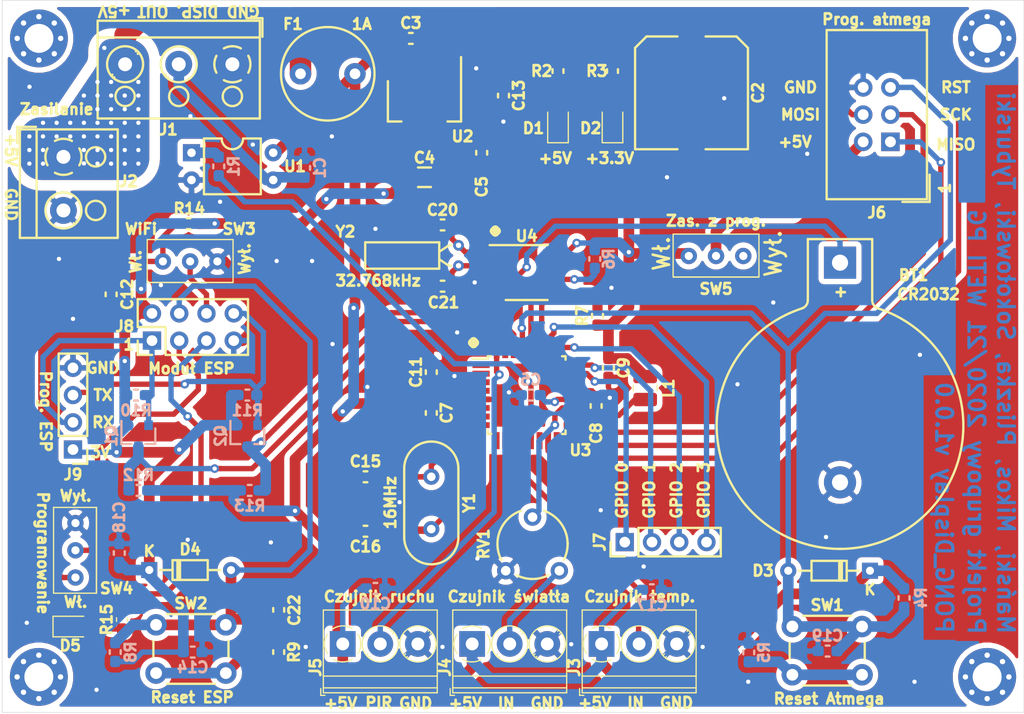
<source format=kicad_pcb>
(kicad_pcb (version 20171130) (host pcbnew "(5.1.5)-3")
  (layers (0 F.Cu signal) (31 B.Cu signal) (34 B.Paste user hide) (35 F.Paste user hide) (36 B.SilkS user) (37 F.SilkS user) (38 B.Mask user) (39 F.Mask user) (44 Edge.Cuts user))
  (net 0 "")
  (net 1 GND)
  (net 2 "Net-(BT1-Pad1)")
  (net 3 "/Wyswietlacz LED/LED_DATA_ISO")
  (net 4 +5V)
  (net 5 +3V3)
  (net 6 "Net-(C6-Pad1)")
  (net 7 "Net-(C8-Pad1)")
  (net 8 "Net-(C15-Pad2)")
  (net 9 "Net-(C16-Pad1)")
  (net 10 /MikrokontrolerAtmega/uC_RST)
  (net 11 "Net-(C20-Pad2)")
  (net 12 "Net-(C21-Pad1)")
  (net 13 "/Moduł WiFi/ESP_RST")
  (net 14 "Net-(D1-Pad2)")
  (net 15 "Net-(D2-Pad2)")
  (net 16 /MikrokontrolerAtmega/DHT22_DATA)
  (net 17 /MikrokontrolerAtmega/LIGHT_SENSOR_OUT)
  (net 18 /Sensory/PIR_OUT)
  (net 19 /MikrokontrolerAtmega/uC_MOSI)
  (net 20 /MikrokontrolerAtmega/uC_SCK)
  (net 21 /MikrokontrolerAtmega/uC_MISO)
  (net 22 /MikrokontrolerAtmega/uC_GPIO0)
  (net 23 /MikrokontrolerAtmega/uC_GPIO1)
  (net 24 /MikrokontrolerAtmega/uC_GPIO2)
  (net 25 /MikrokontrolerAtmega/uC_GPIO3)
  (net 26 "/Moduł WiFi/ESP_GPIO0")
  (net 27 "/Moduł WiFi/ESP_GPIO2")
  (net 28 "/Moduł WiFi/ESP_CH_PD")
  (net 29 "Net-(R1-Pad1)")
  (net 30 /MikrokontrolerAtmega/LED_DATA)
  (net 31 "Net-(R5-Pad1)")
  (net 32 /MikrokontrolerAtmega/RTC_SCL)
  (net 33 /MikrokontrolerAtmega/RTC_SDA)
  (net 34 "Net-(R9-Pad1)")
  (net 35 "Net-(RV1-Pad2)")
  (net 36 "Net-(U3-Pad1)")
  (net 37 "Net-(U3-Pad2)")
  (net 38 "Net-(U3-Pad9)")
  (net 39 "Net-(U3-Pad10)")
  (net 40 "Net-(U3-Pad11)")
  (net 41 "Net-(U3-Pad14)")
  (net 42 "Net-(U3-Pad22)")
  (net 43 "Net-(U4-Pad7)")
  (net 44 "/Moduł WiFi/ESP_RX")
  (net 45 "/Moduł WiFi/ESP_TX")
  (net 46 /MikrokontrolerAtmega/ESP_RX_HIGH)
  (net 47 /MikrokontrolerAtmega/ESP_TX_HIGH)
  (net 48 +5VA)
  (net 49 "Net-(J6-Pad2)")
  (net 50 "Net-(SW5-Pad3)")
  (net 51 "Net-(D5-Pad2)")
  (net 52 "Net-(R14-Pad2)")
  (module Capacitor_SMD:C_0603_1608Metric_Pad1.05x0.95mm_HandSolder (layer F.Cu) (at 50.8 14.986)
    (fp_text reference C3 (at 0 -1.43) (layer F.SilkS) (effects (font (thickness 0.25))))
    (fp_text value 100n)
    (pad 1 smd roundrect (at -0.875 0) (size 1.05 0.95) (layers F.Cu F.Paste F.Mask) (net 4 +5V))
    (pad 2 smd roundrect (at 0.875 0) (size 1.05 0.95) (layers F.Cu F.Paste F.Mask) (net 1 GND))
  )
  (module Capacitor_SMD:C_0603_1608Metric_Pad1.05x0.95mm_HandSolder (layer F.Cu) (at 57.404 25.654 270)
    (fp_text reference C5 (at 3.175 0 90) (layer F.SilkS) (effects (font (thickness 0.25))))
    (fp_text value 100n)
    (pad 2 smd roundrect (at 0.875 0 270) (size 1.05 0.95) (layers F.Cu F.Paste F.Mask) (net 1 GND))
    (pad 1 smd roundrect (at -0.875 0 270) (size 1.05 0.95) (layers F.Cu F.Paste F.Mask) (net 5 +3V3))
  )
  (module Capacitor_SMD:C_Elec_10x10.2 (layer F.Cu) (at 76.962 20.066 270)
    (fp_text reference C2 (at 0 -6.2 90) (layer F.SilkS) (effects (font (thickness 0.25))))
    (fp_text value 470u)
    (pad 1 smd roundrect (at -4.4 0 270) (size 4.6 2.1) (layers F.Cu F.Paste F.Mask) (roundrect_rratio 0.119048) (net 4 +5V))
    (pad 2 smd roundrect (at 4.4 0 270) (size 4.6 2.1) (layers F.Cu F.Paste F.Mask) (roundrect_rratio 0.119048) (net 1 GND))
  )
  (module Resistor_SMD:R_0603_1608Metric_Pad1.05x0.95mm_HandSolder (layer B.Cu) (at 35.56 48.26)
    (fp_text reference R11 (at 0 1.43) (layer B.SilkS) (effects (font (thickness 0.25)) (justify mirror)))
    (fp_text value 10k)
    (pad 2 smd roundrect (at 0.875 0) (size 1.05 0.95) (layers B.Cu B.Paste B.Mask) (net 45 "/Moduł WiFi/ESP_TX"))
    (pad 1 smd roundrect (at -0.875 0) (size 1.05 0.95) (layers B.Cu B.Paste B.Mask) (net 5 +3V3))
  )
  (module Resistor_SMD:R_0603_1608Metric_Pad1.05x0.95mm_HandSolder (layer F.Cu) (at 30.085 32.272 180)
    (fp_text reference R14 (at -0.0635 1.397) (layer F.SilkS) (effects (font (thickness 0.25))))
    (fp_text value 10k)
    (pad 1 smd roundrect (at -0.875 0 180) (size 1.05 0.95) (layers F.Cu F.Paste F.Mask) (net 5 +3V3))
    (pad 2 smd roundrect (at 0.875 0 180) (size 1.05 0.95) (layers F.Cu F.Paste F.Mask) (net 52 "Net-(R14-Pad2)"))
  )
  (module Inductor_SMD:L_1008_2520Metric (layer F.Cu) (at 72.644 47.6 90)
    (fp_text reference L1 (at -0.025 2.175 90) (layer F.SilkS) (effects (font (thickness 0.25))))
    (fp_text value 10u)
    (pad 1 smd roundrect (at -1.075 0 90) (size 1.25 2.2) (layers F.Cu F.Paste F.Mask) (roundrect_rratio 0.2) (net 7 "Net-(C8-Pad1)"))
    (pad 2 smd roundrect (at 1.075 0 90) (size 1.25 2.2) (layers F.Cu F.Paste F.Mask) (roundrect_rratio 0.2) (net 4 +5V))
  )
  (module TerminalBlock_Phoenix:TerminalBlock_Phoenix_PT-1,5-3-3.5-H_1x03_P3.50mm_Horizontal (layer F.Cu) (at 68.58 71.47)
    (fp_text reference J3 (at -2.54 2.19 90) (layer F.SilkS) (effects (font (thickness 0.25))))
    (fp_text value DHT22_Conn)
    (pad 3 thru_hole circle (at 7 0) (size 2.4 2.4) (drill 1.2) (layers *.Cu *.Mask) (net 1 GND))
    (pad 2 thru_hole circle (at 3.5 0) (size 2.4 2.4) (drill 1.2) (layers *.Cu *.Mask) (net 16 /MikrokontrolerAtmega/DHT22_DATA))
    (pad 1 thru_hole rect (at 0 0) (size 2.4 2.4) (drill 1.2) (layers *.Cu *.Mask) (net 4 +5V))
  )
  (module TerminalBlock_Phoenix:TerminalBlock_Phoenix_PT-1,5-3-3.5-H_1x03_P3.50mm_Horizontal (layer F.Cu) (at 44.45 71.47)
    (fp_text reference J5 (at -2.54 2.19 90) (layer F.SilkS) (effects (font (thickness 0.25))))
    (fp_text value PIR_Sensor_Conn)
    (pad 3 thru_hole circle (at 7 0) (size 2.4 2.4) (drill 1.2) (layers *.Cu *.Mask) (net 1 GND))
    (pad 2 thru_hole circle (at 3.5 0) (size 2.4 2.4) (drill 1.2) (layers *.Cu *.Mask) (net 18 /Sensory/PIR_OUT))
    (pad 1 thru_hole rect (at 0 0) (size 2.4 2.4) (drill 1.2) (layers *.Cu *.Mask) (net 4 +5V))
  )
  (module TerminalBlock_Phoenix:TerminalBlock_Phoenix_PT-1,5-3-3.5-H_1x03_P3.50mm_Horizontal (layer F.Cu) (at 56.515 71.47)
    (fp_text reference J4 (at -2.54 2.19 90) (layer F.SilkS) (effects (font (thickness 0.25))))
    (fp_text value LightSensor_Conn)
    (pad 3 thru_hole circle (at 7 0) (size 2.4 2.4) (drill 1.2) (layers *.Cu *.Mask) (net 1 GND))
    (pad 2 thru_hole circle (at 3.5 0) (size 2.4 2.4) (drill 1.2) (layers *.Cu *.Mask) (net 17 /MikrokontrolerAtmega/LIGHT_SENSOR_OUT))
    (pad 1 thru_hole rect (at 0 0) (size 2.4 2.4) (drill 1.2) (layers *.Cu *.Mask) (net 4 +5V))
  )
  (module Connector_PinHeader_2.54mm:PinHeader_2x04_P2.54mm_Vertical (layer F.Cu) (at 26.67 43.18 90)
    (fp_text reference J8 (at 1.3335 -2.54 180) (layer F.SilkS) (effects (font (thickness 0.25))))
    (fp_text value ESP_Conn)
    (pad 1 thru_hole rect (at 0 0 90) (size 1.7 1.7) (drill 1) (layers *.Cu *.Mask) (net 44 "/Moduł WiFi/ESP_RX"))
    (pad 2 thru_hole oval (at 2.54 0 90) (size 1.7 1.7) (drill 1) (layers *.Cu *.Mask) (net 5 +3V3))
    (pad 3 thru_hole oval (at 0 2.54 90) (size 1.7 1.7) (drill 1) (layers *.Cu *.Mask) (net 26 "/Moduł WiFi/ESP_GPIO0"))
    (pad 4 thru_hole oval (at 2.54 2.54 90) (size 1.7 1.7) (drill 1) (layers *.Cu *.Mask) (net 13 "/Moduł WiFi/ESP_RST"))
    (pad 5 thru_hole oval (at 0 5.08 90) (size 1.7 1.7) (drill 1) (layers *.Cu *.Mask) (net 27 "/Moduł WiFi/ESP_GPIO2"))
    (pad 6 thru_hole oval (at 2.54 5.08 90) (size 1.7 1.7) (drill 1) (layers *.Cu *.Mask) (net 28 "/Moduł WiFi/ESP_CH_PD"))
    (pad 7 thru_hole oval (at 0 7.62 90) (size 1.7 1.7) (drill 1) (layers *.Cu *.Mask) (net 1 GND))
    (pad 8 thru_hole oval (at 2.54 7.62 90) (size 1.7 1.7) (drill 1) (layers *.Cu *.Mask) (net 45 "/Moduł WiFi/ESP_TX"))
  )
  (module Crystal:Crystal_C26-LF_D2.1mm_L6.5mm_Horizontal (layer F.Cu) (at 55.245 34.29 270)
    (fp_text reference Y2 (at -1.27 10.541) (layer F.SilkS) (effects (font (thickness 0.25))))
    (fp_text value 32,768kHz)
    (pad 1 thru_hole circle (at 0 0 270) (size 1 1) (drill 0.5) (layers *.Cu *.Mask) (net 11 "Net-(C20-Pad2)"))
    (pad 2 thru_hole circle (at 1.9 0 270) (size 1 1) (drill 0.5) (layers *.Cu *.Mask) (net 12 "Net-(C21-Pad1)"))
  )
  (module LIB_PONG_Display:SPDT_switch (layer F.Cu) (at 15.494 62.738 90)
    (fp_text reference SW4 (at -3.556 7.874) (layer F.SilkS) (effects (font (thickness 0.25))))
    (fp_text value SW_Push_SPDT)
    (pad 3 thru_hole circle (at 2.54 4.04 90) (size 1.524 1.524) (drill 0.762) (layers *.Cu *.Mask) (net 1 GND))
    (pad 2 thru_hole circle (at 0 4.04 90) (size 1.524 1.524) (drill 0.762) (layers *.Cu *.Mask) (net 26 "/Moduł WiFi/ESP_GPIO0"))
    (pad 1 thru_hole circle (at -2.54 4.04 90) (size 1.524 1.524) (drill 0.762) (layers *.Cu *.Mask) (net 52 "Net-(R14-Pad2)"))
  )
  (module LIB_PONG_Display:SPDT_switch (layer F.Cu) (at 30.226 31.75)
    (fp_text reference SW3 (at 4.572 1.016 180) (layer F.SilkS) (effects (font (thickness 0.25))))
    (fp_text value SW_Push_SPDT)
    (pad 3 thru_hole circle (at 2.54 4.04) (size 1.524 1.524) (drill 0.762) (layers *.Cu *.Mask) (net 1 GND))
    (pad 2 thru_hole circle (at 0 4.04) (size 1.524 1.524) (drill 0.762) (layers *.Cu *.Mask) (net 28 "/Moduł WiFi/ESP_CH_PD"))
    (pad 1 thru_hole circle (at -2.54 4.04) (size 1.524 1.524) (drill 0.762) (layers *.Cu *.Mask) (net 52 "Net-(R14-Pad2)"))
  )
  (module LIB_PONG_Display:SPDT_switch (layer F.Cu) (at 79.248 31.242)
    (fp_text reference SW5 (at 0 7.112) (layer F.SilkS) (effects (font (thickness 0.25))))
    (fp_text value SW_Push_SPDT)
    (pad 3 thru_hole circle (at 2.54 4.04) (size 1.524 1.524) (drill 0.762) (layers *.Cu *.Mask) (net 50 "Net-(SW5-Pad3)"))
    (pad 2 thru_hole circle (at 0 4.04) (size 1.524 1.524) (drill 0.762) (layers *.Cu *.Mask) (net 49 "Net-(J6-Pad2)"))
    (pad 1 thru_hole circle (at -2.54 4.04) (size 1.524 1.524) (drill 0.762) (layers *.Cu *.Mask) (net 4 +5V))
  )
  (module Potentiometer_THT:Potentiometer_Piher_PT-6-V_Vertical (layer F.Cu) (at 64.643 64.643 90)
    (fp_text reference RV1 (at 2.5 -7.06 90) (layer F.SilkS) (effects (font (thickness 0.25))))
    (fp_text value R_POT)
    (pad 3 thru_hole circle (at 0 -5 90) (size 1.62 1.62) (drill 0.9) (layers *.Cu *.Mask) (net 1 GND))
    (pad 2 thru_hole circle (at 5 -2.5 90) (size 1.62 1.62) (drill 0.9) (layers *.Cu *.Mask) (net 35 "Net-(RV1-Pad2)"))
    (pad 1 thru_hole circle (at 0 0 90) (size 1.62 1.62) (drill 0.9) (layers *.Cu *.Mask) (net 17 /MikrokontrolerAtmega/LIGHT_SENSOR_OUT))
  )
  (module TerminalBlock_RND:TerminalBlock_RND_205-00001_1x02_P5.00mm_Horizontal (layer F.Cu) (at 18.415 26.035 270)
    (fp_text reference J2 (at 2.286 -6.06) (layer F.SilkS) (effects (font (thickness 0.25))))
    (fp_text value Input_Supply+5V)
    (pad 1 thru_hole rect (at 0 0 270) (size 2.5 2.5) (drill 1.3) (layers *.Cu *.Mask) (net 48 +5VA))
    (pad 2 thru_hole circle (at 5 0 270) (size 2.5 2.5) (drill 1.3) (layers *.Cu *.Mask) (net 1 GND))
  )
  (module TerminalBlock_RND:TerminalBlock_RND_205-00002_1x03_P5.00mm_Horizontal (layer F.Cu) (at 34.163 17.399 180)
    (fp_text reference J1 (at 5.969 -6.096) (layer F.SilkS) (effects (font (thickness 0.25))))
    (fp_text value LED_Display_Conn)
    (pad 1 thru_hole rect (at 0 0 180) (size 2.5 2.5) (drill 1.3) (layers *.Cu *.Mask) (net 1 GND))
    (pad 2 thru_hole circle (at 5 0 180) (size 2.5 2.5) (drill 1.3) (layers *.Cu *.Mask) (net 3 "/Wyswietlacz LED/LED_DATA_ISO"))
    (pad 3 thru_hole circle (at 10 0 180) (size 2.5 2.5) (drill 1.3) (layers *.Cu *.Mask) (net 48 +5VA))
  )
  (module Fuse:Fuse_Littelfuse_372_D8.50mm (layer F.Cu) (at 45.593 18.288 180)
    (fp_text reference F1 (at 5.7785 4.6355 180) (layer F.SilkS) (effects (font (thickness 0.25))))
    (fp_text value Fuse)
    (pad 1 thru_hole circle (at 0 0 180) (size 2 2) (drill 1) (layers *.Cu *.Mask) (net 4 +5V))
    (pad 2 thru_hole circle (at 5.08 0 180) (size 2 2) (drill 1) (layers *.Cu *.Mask) (net 48 +5VA))
  )
  (module Capacitor_SMD:C_0603_1608Metric_Pad1.05x0.95mm_HandSolder (layer F.Cu) (at 68.072 49.276 90)
    (fp_text reference C8 (at -2.54 0 90) (layer F.SilkS) (effects (font (thickness 0.25))))
    (fp_text value 100n)
    (pad 1 smd roundrect (at -0.875 0 90) (size 1.05 0.95) (layers F.Cu F.Paste F.Mask) (net 7 "Net-(C8-Pad1)"))
    (pad 2 smd roundrect (at 0.875 0 90) (size 1.05 0.95) (layers F.Cu F.Paste F.Mask) (net 1 GND))
  )
  (module Connector_PinHeader_2.54mm:PinHeader_1x04_P2.54mm_Vertical (layer F.Cu) (at 70.739 61.976 90)
    (fp_text reference J7 (at 0 -2.33 90) (layer F.SilkS) (effects (font (thickness 0.25))))
    (fp_text value Conn_01x04)
    (pad 1 thru_hole rect (at 0 0 90) (size 1.7 1.7) (drill 1) (layers *.Cu *.Mask) (net 22 /MikrokontrolerAtmega/uC_GPIO0))
    (pad 2 thru_hole oval (at 0 2.54 90) (size 1.7 1.7) (drill 1) (layers *.Cu *.Mask) (net 23 /MikrokontrolerAtmega/uC_GPIO1))
    (pad 3 thru_hole oval (at 0 5.08 90) (size 1.7 1.7) (drill 1) (layers *.Cu *.Mask) (net 24 /MikrokontrolerAtmega/uC_GPIO2))
    (pad 4 thru_hole oval (at 0 7.62 90) (size 1.7 1.7) (drill 1) (layers *.Cu *.Mask) (net 25 /MikrokontrolerAtmega/uC_GPIO3))
  )
  (module Battery:BatteryHolder_Keystone_103_1x20mm (layer F.Cu) (at 90.805 35.91 270)
    (fp_text reference BT1 (at 1.174 -6.858 180) (layer F.SilkS) (effects (font (thickness 0.25))))
    (fp_text value Battery_Cell)
    (fp_text user + (at 2.75 0 90) (layer F.SilkS) (effects (font (thickness 0.25))))
    (pad 2 thru_hole circle (at 20.49 0 270) (size 3 3) (drill 1.5) (layers *.Cu *.Mask) (net 1 GND))
    (pad 1 thru_hole rect (at 0 0 270) (size 3 3) (drill 1.5) (layers *.Cu *.Mask) (net 2 "Net-(BT1-Pad1)"))
  )
  (module Resistor_SMD:R_0603_1608Metric_Pad1.05x0.95mm_HandSolder (layer B.Cu) (at 32.893 26.924 270)
    (fp_text reference R1 (at 0 -1.397 90) (layer B.SilkS) (effects (font (thickness 0.25)) (justify mirror)))
    (fp_text value 180R)
    (pad 2 smd roundrect (at 0.875 0 270) (size 1.05 0.95) (layers B.Cu B.Paste B.Mask) (net 30 /MikrokontrolerAtmega/LED_DATA))
    (pad 1 smd roundrect (at -0.875 0 270) (size 1.05 0.95) (layers B.Cu B.Paste B.Mask) (net 29 "Net-(R1-Pad1)"))
  )
  (module Capacitor_SMD:C_0603_1608Metric_Pad1.05x0.95mm_HandSolder (layer F.Cu) (at 22.86 38.862 90)
    (fp_text reference C12 (at 0 1.51 90) (layer F.SilkS) (effects (font (thickness 0.25))))
    (fp_text value 100n)
    (pad 1 smd roundrect (at -0.875 0 90) (size 1.05 0.95) (layers F.Cu F.Paste F.Mask) (net 5 +3V3))
    (pad 2 smd roundrect (at 0.875 0 90) (size 1.05 0.95) (layers F.Cu F.Paste F.Mask) (net 1 GND))
  )
  (module Diode_THT:D_DO-34_SOD68_P7.62mm_Horizontal (layer F.Cu) (at 93.599 64.643 180)
    (fp_text reference D3 (at 9.9695 0) (layer F.SilkS) (effects (font (thickness 0.25))))
    (fp_text value D_Zener)
    (fp_text user K (at 0 -1.75) (layer F.SilkS) (effects (font (thickness 0.25))))
    (pad 1 thru_hole rect (at 0 0 180) (size 1.5 1.5) (drill 0.75) (layers *.Cu *.Mask) (net 4 +5V))
    (pad 2 thru_hole oval (at 7.62 0 180) (size 1.5 1.5) (drill 0.75) (layers *.Cu *.Mask) (net 10 /MikrokontrolerAtmega/uC_RST))
  )
  (module Diode_THT:D_DO-34_SOD68_P7.62mm_Horizontal (layer F.Cu) (at 26.416 64.5795)
    (fp_text reference D4 (at 3.81 -1.92) (layer F.SilkS) (effects (font (thickness 0.25))))
    (fp_text value D_Zener)
    (fp_text user K (at 0 -1.75) (layer F.SilkS) (effects (font (thickness 0.25))))
    (pad 2 thru_hole oval (at 7.62 0) (size 1.5 1.5) (drill 0.75) (layers *.Cu *.Mask) (net 13 "/Moduł WiFi/ESP_RST"))
    (pad 1 thru_hole rect (at 0 0) (size 1.5 1.5) (drill 0.75) (layers *.Cu *.Mask) (net 5 +3V3))
  )
  (module MountingHole:MountingHole_2.7mm_Pad_Via (layer F.Cu) (at 104.521 14.986)
    (fp_text reference H1 (at -0.033 0) (layer F.SilkS) (effects (font (thickness 0.25))))
    (fp_text value MountingHole)
    (pad 1 thru_hole circle (at 1.431891 -1.431891) (size 0.8 0.8) (drill 0.5) (layers *.Cu *.Mask))
    (pad 1 thru_hole circle (at 0 -2.025) (size 0.8 0.8) (drill 0.5) (layers *.Cu *.Mask))
    (pad 1 thru_hole circle (at -1.431891 -1.431891) (size 0.8 0.8) (drill 0.5) (layers *.Cu *.Mask))
    (pad 1 thru_hole circle (at -2.025 0) (size 0.8 0.8) (drill 0.5) (layers *.Cu *.Mask))
    (pad 1 thru_hole circle (at -1.431891 1.431891) (size 0.8 0.8) (drill 0.5) (layers *.Cu *.Mask))
    (pad 1 thru_hole circle (at 0 2.025) (size 0.8 0.8) (drill 0.5) (layers *.Cu *.Mask))
    (pad 1 thru_hole circle (at 1.431891 1.431891) (size 0.8 0.8) (drill 0.5) (layers *.Cu *.Mask))
    (pad 1 thru_hole circle (at 2.025 0) (size 0.8 0.8) (drill 0.5) (layers *.Cu *.Mask))
    (pad 1 thru_hole circle (at 0 0) (size 5.4 5.4) (drill 2.7) (layers *.Cu *.Mask))
  )
  (module MountingHole:MountingHole_2.7mm_Pad_Via (layer F.Cu) (at 104.521 74.549)
    (fp_text reference H2 (at 0 0) (layer F.SilkS) (effects (font (thickness 0.25))))
    (fp_text value MountingHole)
    (pad 1 thru_hole circle (at 0 0) (size 5.4 5.4) (drill 2.7) (layers *.Cu *.Mask))
    (pad 1 thru_hole circle (at 2.025 0) (size 0.8 0.8) (drill 0.5) (layers *.Cu *.Mask))
    (pad 1 thru_hole circle (at 1.431891 1.431891) (size 0.8 0.8) (drill 0.5) (layers *.Cu *.Mask))
    (pad 1 thru_hole circle (at 0 2.025) (size 0.8 0.8) (drill 0.5) (layers *.Cu *.Mask))
    (pad 1 thru_hole circle (at -1.431891 1.431891) (size 0.8 0.8) (drill 0.5) (layers *.Cu *.Mask))
    (pad 1 thru_hole circle (at -2.025 0) (size 0.8 0.8) (drill 0.5) (layers *.Cu *.Mask))
    (pad 1 thru_hole circle (at -1.431891 -1.431891) (size 0.8 0.8) (drill 0.5) (layers *.Cu *.Mask))
    (pad 1 thru_hole circle (at 0 -2.025) (size 0.8 0.8) (drill 0.5) (layers *.Cu *.Mask))
    (pad 1 thru_hole circle (at 1.431891 -1.431891) (size 0.8 0.8) (drill 0.5) (layers *.Cu *.Mask))
  )
  (module MountingHole:MountingHole_2.7mm_Pad_Via (layer F.Cu) (at 16.122 74.549)
    (fp_text reference H3 (at 0 0) (layer F.SilkS) (effects (font (thickness 0.25))))
    (fp_text value MountingHole)
    (pad 1 thru_hole circle (at 1.431891 -1.431891) (size 0.8 0.8) (drill 0.5) (layers *.Cu *.Mask))
    (pad 1 thru_hole circle (at 0 -2.025) (size 0.8 0.8) (drill 0.5) (layers *.Cu *.Mask))
    (pad 1 thru_hole circle (at -1.431891 -1.431891) (size 0.8 0.8) (drill 0.5) (layers *.Cu *.Mask))
    (pad 1 thru_hole circle (at -2.025 0) (size 0.8 0.8) (drill 0.5) (layers *.Cu *.Mask))
    (pad 1 thru_hole circle (at -1.431891 1.431891) (size 0.8 0.8) (drill 0.5) (layers *.Cu *.Mask))
    (pad 1 thru_hole circle (at 0 2.025) (size 0.8 0.8) (drill 0.5) (layers *.Cu *.Mask))
    (pad 1 thru_hole circle (at 1.431891 1.431891) (size 0.8 0.8) (drill 0.5) (layers *.Cu *.Mask))
    (pad 1 thru_hole circle (at 2.025 0) (size 0.8 0.8) (drill 0.5) (layers *.Cu *.Mask))
    (pad 1 thru_hole circle (at 0 0) (size 5.4 5.4) (drill 2.7) (layers *.Cu *.Mask))
  )
  (module MountingHole:MountingHole_2.7mm_Pad_Via (layer F.Cu) (at 16.129 14.986)
    (fp_text reference H4 (at 0 0) (layer F.SilkS) (effects (font (thickness 0.25))))
    (fp_text value MountingHole)
    (pad 1 thru_hole circle (at 0 0) (size 5.4 5.4) (drill 2.7) (layers *.Cu *.Mask))
    (pad 1 thru_hole circle (at 2.025 0) (size 0.8 0.8) (drill 0.5) (layers *.Cu *.Mask))
    (pad 1 thru_hole circle (at 1.431891 1.431891) (size 0.8 0.8) (drill 0.5) (layers *.Cu *.Mask))
    (pad 1 thru_hole circle (at 0 2.025) (size 0.8 0.8) (drill 0.5) (layers *.Cu *.Mask))
    (pad 1 thru_hole circle (at -1.431891 1.431891) (size 0.8 0.8) (drill 0.5) (layers *.Cu *.Mask))
    (pad 1 thru_hole circle (at -2.025 0) (size 0.8 0.8) (drill 0.5) (layers *.Cu *.Mask))
    (pad 1 thru_hole circle (at -1.431891 -1.431891) (size 0.8 0.8) (drill 0.5) (layers *.Cu *.Mask))
    (pad 1 thru_hole circle (at 0 -2.025) (size 0.8 0.8) (drill 0.5) (layers *.Cu *.Mask))
    (pad 1 thru_hole circle (at 1.431891 -1.431891) (size 0.8 0.8) (drill 0.5) (layers *.Cu *.Mask))
  )
  (module Connector_PinHeader_2.54mm:PinHeader_1x04_P2.54mm_Vertical (layer F.Cu) (at 19.304 53.34 180)
    (fp_text reference J9 (at 0 -2.33) (layer F.SilkS) (effects (font (thickness 0.25))))
    (fp_text value ESP_Prog_Conn)
    (pad 4 thru_hole oval (at 0 7.62 180) (size 1.7 1.7) (drill 1) (layers *.Cu *.Mask) (net 1 GND))
    (pad 3 thru_hole oval (at 0 5.08 180) (size 1.7 1.7) (drill 1) (layers *.Cu *.Mask) (net 45 "/Moduł WiFi/ESP_TX"))
    (pad 2 thru_hole oval (at 0 2.54 180) (size 1.7 1.7) (drill 1) (layers *.Cu *.Mask) (net 44 "/Moduł WiFi/ESP_RX"))
    (pad 1 thru_hole rect (at 0 0 180) (size 1.7 1.7) (drill 1) (layers *.Cu *.Mask) (net 5 +3V3))
  )
  (module Button_Switch_THT:SW_PUSH_6mm (layer F.Cu) (at 86.36 69.85)
    (fp_text reference SW1 (at 3.25 -2) (layer F.SilkS) (effects (font (thickness 0.25))))
    (fp_text value SW_Push)
    (pad 1 thru_hole circle (at 6.5 0 90) (size 2 2) (drill 1.1) (layers *.Cu *.Mask) (net 10 /MikrokontrolerAtmega/uC_RST))
    (pad 2 thru_hole circle (at 6.5 4.5 90) (size 2 2) (drill 1.1) (layers *.Cu *.Mask) (net 31 "Net-(R5-Pad1)"))
    (pad 1 thru_hole circle (at 0 0 90) (size 2 2) (drill 1.1) (layers *.Cu *.Mask) (net 10 /MikrokontrolerAtmega/uC_RST))
    (pad 2 thru_hole circle (at 0 4.5 90) (size 2 2) (drill 1.1) (layers *.Cu *.Mask) (net 31 "Net-(R5-Pad1)"))
  )
  (module Button_Switch_THT:SW_PUSH_6mm (layer F.Cu) (at 27.051 69.692)
    (fp_text reference SW2 (at 3.25 -2) (layer F.SilkS) (effects (font (thickness 0.25))))
    (fp_text value SW_Push)
    (pad 2 thru_hole circle (at 0 4.5 90) (size 2 2) (drill 1.1) (layers *.Cu *.Mask) (net 34 "Net-(R9-Pad1)"))
    (pad 1 thru_hole circle (at 0 0 90) (size 2 2) (drill 1.1) (layers *.Cu *.Mask) (net 13 "/Moduł WiFi/ESP_RST"))
    (pad 2 thru_hole circle (at 6.5 4.5 90) (size 2 2) (drill 1.1) (layers *.Cu *.Mask) (net 34 "Net-(R9-Pad1)"))
    (pad 1 thru_hole circle (at 6.5 0 90) (size 2 2) (drill 1.1) (layers *.Cu *.Mask) (net 13 "/Moduł WiFi/ESP_RST"))
  )
  (module Package_DIP:DIP-4_W7.62mm (layer F.Cu) (at 30.353 25.654)
    (fp_text reference U1 (at 9.652 1.27) (layer F.SilkS) (effects (font (thickness 0.25))))
    (fp_text value PC817)
    (pad 1 thru_hole rect (at 0 0) (size 1.6 1.6) (drill 0.8) (layers *.Cu *.Mask) (net 29 "Net-(R1-Pad1)"))
    (pad 3 thru_hole oval (at 7.62 2.54) (size 1.6 1.6) (drill 0.8) (layers *.Cu *.Mask) (net 3 "/Wyswietlacz LED/LED_DATA_ISO"))
    (pad 2 thru_hole oval (at 0 2.54) (size 1.6 1.6) (drill 0.8) (layers *.Cu *.Mask) (net 1 GND))
    (pad 4 thru_hole oval (at 7.62 0) (size 1.6 1.6) (drill 0.8) (layers *.Cu *.Mask) (net 4 +5V))
  )
  (module Package_TO_SOT_SMD:SOT-223-3_TabPin2 (layer F.Cu) (at 52.07 20.828 270)
    (fp_text reference U2 (at 3.302 -3.556 180) (layer F.SilkS) (effects (font (thickness 0.25))))
    (fp_text value LD1117S33TR_SOT223)
    (pad 2 smd rect (at 3.15 0 270) (size 2 3.8) (layers F.Cu F.Paste F.Mask) (net 5 +3V3))
    (pad 2 smd rect (at -3.15 0 270) (size 2 1.5) (layers F.Cu F.Paste F.Mask) (net 5 +3V3))
    (pad 3 smd rect (at -3.15 2.3 270) (size 2 1.5) (layers F.Cu F.Paste F.Mask) (net 4 +5V))
    (pad 1 smd rect (at -3.15 -2.3 270) (size 2 1.5) (layers F.Cu F.Paste F.Mask) (net 1 GND))
  )
  (module Package_QFP:TQFP-32_7x7mm_P0.8mm (layer F.Cu) (at 61.595 48.26)
    (fp_text reference U3 (at 5.0165 5.1435) (layer F.SilkS) (effects (font (thickness 0.25))))
    (fp_text value ATmega328P-AU)
    (pad 1 smd rect (at -4.25 -2.8) (size 1.6 0.55) (layers F.Cu F.Paste F.Mask) (net 36 "Net-(U3-Pad1)"))
    (pad 2 smd rect (at -4.25 -2) (size 1.6 0.55) (layers F.Cu F.Paste F.Mask) (net 37 "Net-(U3-Pad2)"))
    (pad 3 smd rect (at -4.25 -1.2) (size 1.6 0.55) (layers F.Cu F.Paste F.Mask) (net 1 GND))
    (pad 4 smd rect (at -4.25 -0.4) (size 1.6 0.55) (layers F.Cu F.Paste F.Mask) (net 4 +5V))
    (pad 5 smd rect (at -4.25 0.4) (size 1.6 0.55) (layers F.Cu F.Paste F.Mask) (net 1 GND))
    (pad 6 smd rect (at -4.25 1.2) (size 1.6 0.55) (layers F.Cu F.Paste F.Mask) (net 4 +5V))
    (pad 7 smd rect (at -4.25 2) (size 1.6 0.55) (layers F.Cu F.Paste F.Mask) (net 8 "Net-(C15-Pad2)"))
    (pad 8 smd rect (at -4.25 2.8) (size 1.6 0.55) (layers F.Cu F.Paste F.Mask) (net 9 "Net-(C16-Pad1)"))
    (pad 9 smd rect (at -2.8 4.25 90) (size 1.6 0.55) (layers F.Cu F.Paste F.Mask) (net 38 "Net-(U3-Pad9)"))
    (pad 10 smd rect (at -2 4.25 90) (size 1.6 0.55) (layers F.Cu F.Paste F.Mask) (net 39 "Net-(U3-Pad10)"))
    (pad 11 smd rect (at -1.2 4.25 90) (size 1.6 0.55) (layers F.Cu F.Paste F.Mask) (net 40 "Net-(U3-Pad11)"))
    (pad 12 smd rect (at -0.4 4.25 90) (size 1.6 0.55) (layers F.Cu F.Paste F.Mask) (net 16 /MikrokontrolerAtmega/DHT22_DATA))
    (pad 13 smd rect (at 0.4 4.25 90) (size 1.6 0.55) (layers F.Cu F.Paste F.Mask) (net 30 /MikrokontrolerAtmega/LED_DATA))
    (pad 14 smd rect (at 1.2 4.25 90) (size 1.6 0.55) (layers F.Cu F.Paste F.Mask) (net 41 "Net-(U3-Pad14)"))
    (pad 15 smd rect (at 2 4.25 90) (size 1.6 0.55) (layers F.Cu F.Paste F.Mask) (net 19 /MikrokontrolerAtmega/uC_MOSI))
    (pad 16 smd rect (at 2.8 4.25 90) (size 1.6 0.55) (layers F.Cu F.Paste F.Mask) (net 21 /MikrokontrolerAtmega/uC_MISO))
    (pad 17 smd rect (at 4.25 2.8) (size 1.6 0.55) (layers F.Cu F.Paste F.Mask) (net 20 /MikrokontrolerAtmega/uC_SCK))
    (pad 18 smd rect (at 4.25 2) (size 1.6 0.55) (layers F.Cu F.Paste F.Mask) (net 7 "Net-(C8-Pad1)"))
    (pad 19 smd rect (at 4.25 1.2) (size 1.6 0.55) (layers F.Cu F.Paste F.Mask) (net 35 "Net-(RV1-Pad2)"))
    (pad 20 smd rect (at 4.25 0.4) (size 1.6 0.55) (layers F.Cu F.Paste F.Mask) (net 6 "Net-(C6-Pad1)"))
    (pad 21 smd rect (at 4.25 -0.4) (size 1.6 0.55) (layers F.Cu F.Paste F.Mask) (net 1 GND))
    (pad 22 smd rect (at 4.25 -1.2) (size 1.6 0.55) (layers F.Cu F.Paste F.Mask) (net 42 "Net-(U3-Pad22)"))
    (pad 23 smd rect (at 4.25 -2) (size 1.6 0.55) (layers F.Cu F.Paste F.Mask) (net 22 /MikrokontrolerAtmega/uC_GPIO0))
    (pad 24 smd rect (at 4.25 -2.8) (size 1.6 0.55) (layers F.Cu F.Paste F.Mask) (net 23 /MikrokontrolerAtmega/uC_GPIO1))
    (pad 25 smd rect (at 2.8 -4.25 90) (size 1.6 0.55) (layers F.Cu F.Paste F.Mask) (net 24 /MikrokontrolerAtmega/uC_GPIO2))
    (pad 26 smd rect (at 2 -4.25 90) (size 1.6 0.55) (layers F.Cu F.Paste F.Mask) (net 25 /MikrokontrolerAtmega/uC_GPIO3))
    (pad 27 smd rect (at 1.2 -4.25 90) (size 1.6 0.55) (layers F.Cu F.Paste F.Mask) (net 33 /MikrokontrolerAtmega/RTC_SDA))
    (pad 28 smd rect (at 0.4 -4.25 90) (size 1.6 0.55) (layers F.Cu F.Paste F.Mask) (net 32 /MikrokontrolerAtmega/RTC_SCL))
    (pad 29 smd rect (at -0.4 -4.25 90) (size 1.6 0.55) (layers F.Cu F.Paste F.Mask) (net 10 /MikrokontrolerAtmega/uC_RST))
    (pad 30 smd rect (at -1.2 -4.25 90) (size 1.6 0.55) (layers F.Cu F.Paste F.Mask) (net 47 /MikrokontrolerAtmega/ESP_TX_HIGH))
    (pad 31 smd rect (at -2 -4.25 90) (size 1.6 0.55) (layers F.Cu F.Paste F.Mask) (net 46 /MikrokontrolerAtmega/ESP_RX_HIGH))
    (pad 32 smd rect (at -2.8 -4.25 90) (size 1.6 0.55) (layers F.Cu F.Paste F.Mask) (net 18 /Sensory/PIR_OUT))
  )
  (module Package_SO:SOIC-8_3.9x4.9mm_P1.27mm (layer F.Cu) (at 61.595 36.83)
    (fp_text reference U4 (at 0 -3.4) (layer F.SilkS) (effects (font (thickness 0.25))))
    (fp_text value MCP79400)
    (pad 1 smd roundrect (at -2.475 -1.905) (size 1.95 0.6) (layers F.Cu F.Paste F.Mask) (net 11 "Net-(C20-Pad2)"))
    (pad 2 smd roundrect (at -2.475 -0.635) (size 1.95 0.6) (layers F.Cu F.Paste F.Mask) (net 12 "Net-(C21-Pad1)"))
    (pad 3 smd roundrect (at -2.475 0.635) (size 1.95 0.6) (layers F.Cu F.Paste F.Mask) (net 2 "Net-(BT1-Pad1)"))
    (pad 4 smd roundrect (at -2.475 1.905) (size 1.95 0.6) (layers F.Cu F.Paste F.Mask) (net 1 GND))
    (pad 5 smd roundrect (at 2.475 1.905) (size 1.95 0.6) (layers F.Cu F.Paste F.Mask) (net 33 /MikrokontrolerAtmega/RTC_SDA))
    (pad 6 smd roundrect (at 2.475 0.635) (size 1.95 0.6) (layers F.Cu F.Paste F.Mask) (net 32 /MikrokontrolerAtmega/RTC_SCL))
    (pad 7 smd roundrect (at 2.475 -0.635) (size 1.95 0.6) (layers F.Cu F.Paste F.Mask) (net 43 "Net-(U4-Pad7)"))
    (pad 8 smd roundrect (at 2.475 -1.905) (size 1.95 0.6) (layers F.Cu F.Paste F.Mask) (net 4 +5V))
  )
  (module Crystal:Crystal_HC49-4H_Vertical (layer F.Cu) (at 52.705 55.88 270)
    (fp_text reference Y1 (at 2.44 -3.525 90) (layer F.SilkS) (effects (font (thickness 0.25))))
    (fp_text value 16MHz)
    (pad 1 thru_hole circle (at 0 0 270) (size 1.5 1.5) (drill 0.8) (layers *.Cu *.Mask) (net 8 "Net-(C15-Pad2)"))
    (pad 2 thru_hole circle (at 4.88 0 270) (size 1.5 1.5) (drill 0.8) (layers *.Cu *.Mask) (net 9 "Net-(C16-Pad1)"))
  )
  (module Package_TO_SOT_SMD:SOT-23 (layer B.Cu) (at 25.4 52.07 270)
    (fp_text reference Q1 (at 0 2.5 270) (layer B.SilkS) (effects (font (thickness 0.25)) (justify mirror)))
    (fp_text value BSS138)
    (pad 3 smd rect (at 1 0 270) (size 0.9 0.8) (layers B.Cu B.Paste B.Mask) (net 46 /MikrokontrolerAtmega/ESP_RX_HIGH))
    (pad 2 smd rect (at -1 -0.95 270) (size 0.9 0.8) (layers B.Cu B.Paste B.Mask) (net 44 "/Moduł WiFi/ESP_RX"))
    (pad 1 smd rect (at -1 0.95 270) (size 0.9 0.8) (layers B.Cu B.Paste B.Mask) (net 5 +3V3))
  )
  (module Package_TO_SOT_SMD:SOT-23 (layer B.Cu) (at 35.56 52.07 270)
    (fp_text reference Q2 (at 0 2.5 270) (layer B.SilkS) (effects (font (thickness 0.25)) (justify mirror)))
    (fp_text value BSS138)
    (pad 1 smd rect (at -1 0.95 270) (size 0.9 0.8) (layers B.Cu B.Paste B.Mask) (net 5 +3V3))
    (pad 2 smd rect (at -1 -0.95 270) (size 0.9 0.8) (layers B.Cu B.Paste B.Mask) (net 45 "/Moduł WiFi/ESP_TX"))
    (pad 3 smd rect (at 1 0 270) (size 0.9 0.8) (layers B.Cu B.Paste B.Mask) (net 47 /MikrokontrolerAtmega/ESP_TX_HIGH))
  )
  (module Capacitor_SMD:C_0603_1608Metric_Pad1.05x0.95mm_HandSolder (layer B.Cu) (at 40.894 27.065 90)
    (fp_text reference C1 (at 0 1.43 90) (layer B.SilkS) (effects (font (thickness 0.25)) (justify mirror)))
    (fp_text value 100n)
    (pad 1 smd roundrect (at -0.875 0 90) (size 1.05 0.95) (layers B.Cu B.Paste B.Mask) (net 3 "/Wyswietlacz LED/LED_DATA_ISO"))
    (pad 2 smd roundrect (at 0.875 0 90) (size 1.05 0.95) (layers B.Cu B.Paste B.Mask) (net 1 GND))
  )
  (module Capacitor_SMD:C_1206_3216Metric_Pad1.42x1.75mm_HandSolder (layer F.Cu) (at 52.07 27.94)
    (fp_text reference C4 (at 0 -1.82) (layer F.SilkS) (effects (font (thickness 0.25))))
    (fp_text value 10u)
    (pad 1 smd roundrect (at -1.4875 0) (size 1.425 1.75) (layers F.Cu F.Paste F.Mask) (roundrect_rratio 0.175439) (net 5 +3V3))
    (pad 2 smd roundrect (at 1.4875 0) (size 1.425 1.75) (layers F.Cu F.Paste F.Mask) (roundrect_rratio 0.175439) (net 1 GND))
  )
  (module Capacitor_SMD:C_0603_1608Metric_Pad1.05x0.95mm_HandSolder (layer B.Cu) (at 61.976 48.26 180)
    (fp_text reference C6 (at 0 1.43 180) (layer B.SilkS) (effects (font (thickness 0.25)) (justify mirror)))
    (fp_text value 100n)
    (pad 2 smd roundrect (at 0.875 0 180) (size 1.05 0.95) (layers B.Cu B.Paste B.Mask) (net 1 GND))
    (pad 1 smd roundrect (at -0.875 0 180) (size 1.05 0.95) (layers B.Cu B.Paste B.Mask) (net 6 "Net-(C6-Pad1)"))
  )
  (module Capacitor_SMD:C_0603_1608Metric_Pad1.05x0.95mm_HandSolder (layer F.Cu) (at 52.705 49.925 270)
    (fp_text reference C7 (at 0 -1.43 90) (layer F.SilkS) (effects (font (thickness 0.25))))
    (fp_text value 100n)
    (pad 2 smd roundrect (at 0.875 0 270) (size 1.05 0.95) (layers F.Cu F.Paste F.Mask) (net 1 GND))
    (pad 1 smd roundrect (at -0.875 0 270) (size 1.05 0.95) (layers F.Cu F.Paste F.Mask) (net 4 +5V))
  )
  (module Capacitor_SMD:C_0603_1608Metric_Pad1.05x0.95mm_HandSolder (layer F.Cu) (at 69.215 45.72 270)
    (fp_text reference C9 (at 0 -1.43 90) (layer F.SilkS) (effects (font (thickness 0.25))))
    (fp_text value 100n)
    (pad 2 smd roundrect (at 0.875 0 270) (size 1.05 0.95) (layers F.Cu F.Paste F.Mask) (net 1 GND))
    (pad 1 smd roundrect (at -0.875 0 270) (size 1.05 0.95) (layers F.Cu F.Paste F.Mask) (net 4 +5V))
  )
  (module Capacitor_SMD:C_0603_1608Metric_Pad1.05x0.95mm_HandSolder (layer B.Cu) (at 47.498 66.294)
    (fp_text reference C10 (at 0 1.43) (layer B.SilkS) (effects (font (thickness 0.25)) (justify mirror)))
    (fp_text value 100n)
    (pad 2 smd roundrect (at 0.875 0) (size 1.05 0.95) (layers B.Cu B.Paste B.Mask) (net 1 GND))
    (pad 1 smd roundrect (at -0.875 0) (size 1.05 0.95) (layers B.Cu B.Paste B.Mask) (net 4 +5V))
  )
  (module Capacitor_SMD:C_0603_1608Metric_Pad1.05x0.95mm_HandSolder (layer F.Cu) (at 52.705 46.115 90)
    (fp_text reference C11 (at 0 -1.43 90) (layer F.SilkS) (effects (font (thickness 0.25))))
    (fp_text value 100n)
    (pad 1 smd roundrect (at -0.875 0 90) (size 1.05 0.95) (layers F.Cu F.Paste F.Mask) (net 4 +5V))
    (pad 2 smd roundrect (at 0.875 0 90) (size 1.05 0.95) (layers F.Cu F.Paste F.Mask) (net 1 GND))
  )
  (module Capacitor_SMD:C_0603_1608Metric_Pad1.05x0.95mm_HandSolder (layer F.Cu) (at 59.436 20.32 270)
    (fp_text reference C13 (at 0 -1.43 90) (layer F.SilkS) (effects (font (thickness 0.25))))
    (fp_text value 100n)
    (pad 1 smd roundrect (at -0.875 0 270) (size 1.05 0.95) (layers F.Cu F.Paste F.Mask) (net 4 +5V))
    (pad 2 smd roundrect (at 0.875 0 270) (size 1.05 0.95) (layers F.Cu F.Paste F.Mask) (net 1 GND))
  )
  (module Capacitor_SMD:C_0603_1608Metric_Pad1.05x0.95mm_HandSolder (layer B.Cu) (at 30.466 72.232)
    (fp_text reference C14 (at 0 1.43 180) (layer B.SilkS) (effects (font (thickness 0.25)) (justify mirror)))
    (fp_text value 100n)
    (pad 2 smd roundrect (at 0.875 0) (size 1.05 0.95) (layers B.Cu B.Paste B.Mask) (net 1 GND))
    (pad 1 smd roundrect (at -0.875 0) (size 1.05 0.95) (layers B.Cu B.Paste B.Mask) (net 5 +3V3))
  )
  (module Capacitor_SMD:C_0603_1608Metric_Pad1.05x0.95mm_HandSolder (layer B.Cu) (at 73.265 66.421)
    (fp_text reference C17 (at 0 1.43) (layer B.SilkS) (effects (font (thickness 0.25)) (justify mirror)))
    (fp_text value 100n)
    (pad 1 smd roundrect (at -0.875 0) (size 1.05 0.95) (layers B.Cu B.Paste B.Mask) (net 4 +5V))
    (pad 2 smd roundrect (at 0.875 0) (size 1.05 0.95) (layers B.Cu B.Paste B.Mask) (net 1 GND))
  )
  (module Capacitor_SMD:C_0603_1608Metric_Pad1.05x0.95mm_HandSolder (layer B.Cu) (at 23.622 62.992 90)
    (fp_text reference C18 (at 3.34 -0.01 270) (layer B.SilkS) (effects (font (thickness 0.25)) (justify mirror)))
    (fp_text value 100n)
    (pad 2 smd roundrect (at 0.875 0 90) (size 1.05 0.95) (layers B.Cu B.Paste B.Mask) (net 1 GND))
    (pad 1 smd roundrect (at -0.875 0 90) (size 1.05 0.95) (layers B.Cu B.Paste B.Mask) (net 5 +3V3))
  )
  (module Capacitor_SMD:C_0603_1608Metric_Pad1.05x0.95mm_HandSolder (layer B.Cu) (at 89.648 72.136 180)
    (fp_text reference C19 (at 0 1.43) (layer B.SilkS) (effects (font (thickness 0.25)) (justify mirror)))
    (fp_text value 100n)
    (pad 1 smd roundrect (at -0.875 0 180) (size 1.05 0.95) (layers B.Cu B.Paste B.Mask) (net 10 /MikrokontrolerAtmega/uC_RST))
    (pad 2 smd roundrect (at 0.875 0 180) (size 1.05 0.95) (layers B.Cu B.Paste B.Mask) (net 1 GND))
  )
  (module Capacitor_SMD:C_0603_1608Metric_Pad1.05x0.95mm_HandSolder (layer F.Cu) (at 38.481 68.295 90)
    (fp_text reference C22 (at -0.0325 1.4605 90) (layer F.SilkS) (effects (font (thickness 0.25))))
    (fp_text value 100n)
    (pad 2 smd roundrect (at 0.875 0 90) (size 1.05 0.95) (layers F.Cu F.Paste F.Mask) (net 1 GND))
    (pad 1 smd roundrect (at -0.875 0 90) (size 1.05 0.95) (layers F.Cu F.Paste F.Mask) (net 13 "/Moduł WiFi/ESP_RST"))
  )
  (module Capacitor_SMD:C_0603_1608Metric_Pad1.05x0.95mm_HandSolder (layer F.Cu) (at 46.5725 55.88)
    (fp_text reference C15 (at 0 -1.43) (layer F.SilkS) (effects (font (thickness 0.25))))
    (fp_text value 22p)
    (pad 1 smd roundrect (at -0.875 0) (size 1.05 0.95) (layers F.Cu F.Paste F.Mask) (net 1 GND))
    (pad 2 smd roundrect (at 0.875 0) (size 1.05 0.95) (layers F.Cu F.Paste F.Mask) (net 8 "Net-(C15-Pad2)"))
  )
  (module Capacitor_SMD:C_0603_1608Metric_Pad1.05x0.95mm_HandSolder (layer F.Cu) (at 46.5725 60.96 180)
    (fp_text reference C16 (at 0 -1.43) (layer F.SilkS) (effects (font (thickness 0.25))))
    (fp_text value 22p)
    (pad 2 smd roundrect (at 0.875 0 180) (size 1.05 0.95) (layers F.Cu F.Paste F.Mask) (net 1 GND))
    (pad 1 smd roundrect (at -0.875 0 180) (size 1.05 0.95) (layers F.Cu F.Paste F.Mask) (net 9 "Net-(C16-Pad1)"))
  )
  (module Capacitor_SMD:C_0603_1608Metric_Pad1.05x0.95mm_HandSolder (layer F.Cu) (at 53.7575 32.385)
    (fp_text reference C20 (at 0 -1.397) (layer F.SilkS) (effects (font (thickness 0.25))))
    (fp_text value 22p)
    (pad 1 smd roundrect (at -0.875 0) (size 1.05 0.95) (layers F.Cu F.Paste F.Mask) (net 1 GND))
    (pad 2 smd roundrect (at 0.875 0) (size 1.05 0.95) (layers F.Cu F.Paste F.Mask) (net 11 "Net-(C20-Pad2)"))
  )
  (module Capacitor_SMD:C_0603_1608Metric_Pad1.05x0.95mm_HandSolder (layer F.Cu) (at 53.7575 38.1 180)
    (fp_text reference C21 (at -0.0905 -1.524) (layer F.SilkS) (effects (font (thickness 0.25))))
    (fp_text value 22p)
    (pad 2 smd roundrect (at 0.875 0 180) (size 1.05 0.95) (layers F.Cu F.Paste F.Mask) (net 1 GND))
    (pad 1 smd roundrect (at -0.875 0 180) (size 1.05 0.95) (layers F.Cu F.Paste F.Mask) (net 12 "Net-(C21-Pad1)"))
  )
  (module Resistor_SMD:R_0603_1608Metric_Pad1.05x0.95mm_HandSolder (layer F.Cu) (at 64.516 18.034 270)
    (fp_text reference R2 (at 0 1.524 180) (layer F.SilkS) (effects (font (thickness 0.25))))
    (fp_text value 470R)
    (pad 1 smd roundrect (at -0.875 0 270) (size 1.05 0.95) (layers F.Cu F.Paste F.Mask) (net 4 +5V))
    (pad 2 smd roundrect (at 0.875 0 270) (size 1.05 0.95) (layers F.Cu F.Paste F.Mask) (net 14 "Net-(D1-Pad2)"))
  )
  (module Resistor_SMD:R_0603_1608Metric_Pad1.05x0.95mm_HandSolder (layer F.Cu) (at 69.596 18.034 270)
    (fp_text reference R3 (at 0 1.4605 180) (layer F.SilkS) (effects (font (thickness 0.25))))
    (fp_text value 5R1)
    (pad 2 smd roundrect (at 0.875 0 270) (size 1.05 0.95) (layers F.Cu F.Paste F.Mask) (net 15 "Net-(D2-Pad2)"))
    (pad 1 smd roundrect (at -0.875 0 270) (size 1.05 0.95) (layers F.Cu F.Paste F.Mask) (net 5 +3V3))
  )
  (module Resistor_SMD:R_0603_1608Metric_Pad1.05x0.95mm_HandSolder (layer B.Cu) (at 96.774 67.183 270)
    (fp_text reference R4 (at 0 -1.5875 90) (layer B.SilkS) (effects (font (thickness 0.25)) (justify mirror)))
    (fp_text value 10k)
    (pad 2 smd roundrect (at 0.875 0 270) (size 1.05 0.95) (layers B.Cu B.Paste B.Mask) (net 10 /MikrokontrolerAtmega/uC_RST))
    (pad 1 smd roundrect (at -0.875 0 270) (size 1.05 0.95) (layers B.Cu B.Paste B.Mask) (net 4 +5V))
  )
  (module Resistor_SMD:R_0603_1608Metric_Pad1.05x0.95mm_HandSolder (layer B.Cu) (at 82.296 72.263 90)
    (fp_text reference R5 (at 0 1.43 90) (layer B.SilkS) (effects (font (thickness 0.25)) (justify mirror)))
    (fp_text value 330R)
    (pad 1 smd roundrect (at -0.875 0 90) (size 1.05 0.95) (layers B.Cu B.Paste B.Mask) (net 31 "Net-(R5-Pad1)"))
    (pad 2 smd roundrect (at 0.875 0 90) (size 1.05 0.95) (layers B.Cu B.Paste B.Mask) (net 1 GND))
  )
  (module Resistor_SMD:R_0603_1608Metric_Pad1.05x0.95mm_HandSolder (layer B.Cu) (at 67.945 35.56 270)
    (fp_text reference R6 (at 0 -1.305 90) (layer B.SilkS) (effects (font (thickness 0.25)) (justify mirror)))
    (fp_text value 10k)
    (pad 2 smd roundrect (at 0.875 0 270) (size 1.05 0.95) (layers B.Cu B.Paste B.Mask) (net 32 /MikrokontrolerAtmega/RTC_SCL))
    (pad 1 smd roundrect (at -0.875 0 270) (size 1.05 0.95) (layers B.Cu B.Paste B.Mask) (net 4 +5V))
  )
  (module Resistor_SMD:R_0603_1608Metric_Pad1.05x0.95mm_HandSolder (layer F.Cu) (at 68.199 40.8575 90)
    (fp_text reference R7 (at 0 -1.43 90) (layer F.SilkS) (effects (font (thickness 0.25))))
    (fp_text value 10k)
    (pad 1 smd roundrect (at -0.875 0 90) (size 1.05 0.95) (layers F.Cu F.Paste F.Mask) (net 4 +5V))
    (pad 2 smd roundrect (at 0.875 0 90) (size 1.05 0.95) (layers F.Cu F.Paste F.Mask) (net 33 /MikrokontrolerAtmega/RTC_SDA))
  )
  (module Resistor_SMD:R_0603_1608Metric_Pad1.05x0.95mm_HandSolder (layer B.Cu) (at 23.241 72.232 90)
    (fp_text reference R8 (at 0 1.43 90) (layer B.SilkS) (effects (font (thickness 0.25)) (justify mirror)))
    (fp_text value 10k)
    (pad 1 smd roundrect (at -0.875 0 90) (size 1.05 0.95) (layers B.Cu B.Paste B.Mask) (net 5 +3V3))
    (pad 2 smd roundrect (at 0.875 0 90) (size 1.05 0.95) (layers B.Cu B.Paste B.Mask) (net 13 "/Moduł WiFi/ESP_RST"))
  )
  (module Resistor_SMD:R_0603_1608Metric_Pad1.05x0.95mm_HandSolder (layer F.Cu) (at 38.481 72.232 270)
    (fp_text reference R9 (at 0 -1.43 270) (layer F.SilkS) (effects (font (thickness 0.25))))
    (fp_text value 330R)
    (pad 2 smd roundrect (at 0.875 0 270) (size 1.05 0.95) (layers F.Cu F.Paste F.Mask) (net 1 GND))
    (pad 1 smd roundrect (at -0.875 0 270) (size 1.05 0.95) (layers F.Cu F.Paste F.Mask) (net 34 "Net-(R9-Pad1)"))
  )
  (module Resistor_SMD:R_0603_1608Metric_Pad1.05x0.95mm_HandSolder (layer B.Cu) (at 25.1825 48.26)
    (fp_text reference R10 (at 0 1.43) (layer B.SilkS) (effects (font (thickness 0.25)) (justify mirror)))
    (fp_text value 10k)
    (pad 1 smd roundrect (at -0.875 0) (size 1.05 0.95) (layers B.Cu B.Paste B.Mask) (net 5 +3V3))
    (pad 2 smd roundrect (at 0.875 0) (size 1.05 0.95) (layers B.Cu B.Paste B.Mask) (net 44 "/Moduł WiFi/ESP_RX"))
  )
  (module Resistor_SMD:R_0603_1608Metric_Pad1.05x0.95mm_HandSolder (layer B.Cu) (at 25.4 57.15 180)
    (fp_text reference R12 (at 0 1.43) (layer B.SilkS) (effects (font (thickness 0.25)) (justify mirror)))
    (fp_text value 10k)
    (pad 1 smd roundrect (at -0.875 0 180) (size 1.05 0.95) (layers B.Cu B.Paste B.Mask) (net 4 +5V))
    (pad 2 smd roundrect (at 0.875 0 180) (size 1.05 0.95) (layers B.Cu B.Paste B.Mask) (net 46 /MikrokontrolerAtmega/ESP_RX_HIGH))
  )
  (module Resistor_SMD:R_0603_1608Metric_Pad1.05x0.95mm_HandSolder (layer B.Cu) (at 35.7775 57.15)
    (fp_text reference R13 (at 0 1.43) (layer B.SilkS) (effects (font (thickness 0.25)) (justify mirror)))
    (fp_text value 10k)
    (pad 1 smd roundrect (at -0.875 0) (size 1.05 0.95) (layers B.Cu B.Paste B.Mask) (net 4 +5V))
    (pad 2 smd roundrect (at 0.875 0) (size 1.05 0.95) (layers B.Cu B.Paste B.Mask) (net 47 /MikrokontrolerAtmega/ESP_TX_HIGH))
  )
  (module Connector_IDC:IDC-Header_2x03_P2.54mm_Vertical (layer F.Cu) (at 95.504 24.638 180)
    (fp_text reference J6 (at 1.27 -6.604) (layer F.SilkS) (effects (font (thickness 0.25))))
    (fp_text value AVR-ISP-6)
    (pad 1 thru_hole rect (at 0 0 180) (size 1.7272 1.7272) (drill 1.016) (layers *.Cu *.Mask) (net 21 /MikrokontrolerAtmega/uC_MISO))
    (pad 2 thru_hole oval (at 2.54 0 180) (size 1.7272 1.7272) (drill 1.016) (layers *.Cu *.Mask) (net 49 "Net-(J6-Pad2)"))
    (pad 3 thru_hole oval (at 0 2.54 180) (size 1.7272 1.7272) (drill 1.016) (layers *.Cu *.Mask) (net 20 /MikrokontrolerAtmega/uC_SCK))
    (pad 4 thru_hole oval (at 2.54 2.54 180) (size 1.7272 1.7272) (drill 1.016) (layers *.Cu *.Mask) (net 19 /MikrokontrolerAtmega/uC_MOSI))
    (pad 5 thru_hole oval (at 0 5.08 180) (size 1.7272 1.7272) (drill 1.016) (layers *.Cu *.Mask) (net 10 /MikrokontrolerAtmega/uC_RST))
    (pad 6 thru_hole oval (at 2.54 5.08 180) (size 1.7272 1.7272) (drill 1.016) (layers *.Cu *.Mask) (net 1 GND))
  )
  (module Diode_SMD:D_0805_2012Metric_Pad1.15x1.40mm_HandSolder (layer F.Cu) (at 64.516 22.86 90)
    (fp_text reference D1 (at -0.508 -2.286) (layer F.SilkS) (effects (font (thickness 0.25))))
    (fp_text value RED_LED)
    (pad 2 smd roundrect (at 1.025 0 90) (size 1.15 1.4) (layers F.Cu F.Paste F.Mask) (roundrect_rratio 0.217391) (net 14 "Net-(D1-Pad2)"))
    (pad 1 smd roundrect (at -1.025 0 90) (size 1.15 1.4) (layers F.Cu F.Paste F.Mask) (roundrect_rratio 0.217391) (net 1 GND))
  )
  (module Diode_SMD:D_0805_2012Metric_Pad1.15x1.40mm_HandSolder (layer F.Cu) (at 69.596 22.86 90)
    (fp_text reference D2 (at -0.508 -2.032 180) (layer F.SilkS) (effects (font (thickness 0.25))))
    (fp_text value GREEN_LED)
    (pad 1 smd roundrect (at -1.025 0 90) (size 1.15 1.4) (layers F.Cu F.Paste F.Mask) (roundrect_rratio 0.217391) (net 1 GND))
    (pad 2 smd roundrect (at 1.025 0 90) (size 1.15 1.4) (layers F.Cu F.Paste F.Mask) (roundrect_rratio 0.217391) (net 15 "Net-(D2-Pad2)"))
  )
  (module Diode_SMD:D_0805_2012Metric_Pad1.15x1.40mm_HandSolder (layer F.Cu) (at 19.304 69.85)
    (fp_text reference D5 (at -0.254 1.778) (layer F.SilkS) (effects (font (thickness 0.25))))
    (fp_text value GREEN_LED)
    (pad 1 smd roundrect (at -1.025 0) (size 1.15 1.4) (layers F.Cu F.Paste F.Mask) (roundrect_rratio 0.217391) (net 1 GND))
    (pad 2 smd roundrect (at 1.025 0) (size 1.15 1.4) (layers F.Cu F.Paste F.Mask) (roundrect_rratio 0.217391) (net 51 "Net-(D5-Pad2)"))
  )
  (module Resistor_SMD:R_0603_1608Metric_Pad1.05x0.95mm_HandSolder (layer F.Cu) (at 23.876 69.201 90)
    (fp_text reference R15 (at 0 -1.43 90) (layer F.SilkS) (effects (font (thickness 0.25))))
    (fp_text value 5R1)
    (pad 1 smd roundrect (at -0.875 0 90) (size 1.05 0.95) (layers F.Cu F.Paste F.Mask) (net 51 "Net-(D5-Pad2)"))
    (pad 2 smd roundrect (at 0.875 0 90) (size 1.05 0.95) (layers F.Cu F.Paste F.Mask) (net 27 "/Moduł WiFi/ESP_GPIO2"))
  )
  (gr_text . (at 58.674 31.75) (layer F.SilkS) (effects (font (size 3 3) (thickness 0.75))))
  (gr_text MISO (at 101.6 24.892) (layer F.SilkS) (effects (font (size 1 1) (thickness 0.25))))
  (gr_text "SCK\n" (at 101.6 22.098) (layer F.SilkS) (effects (font (size 1 1) (thickness 0.25))))
  (gr_text RST (at 101.6 19.558) (layer F.SilkS) (effects (font (size 1 1) (thickness 0.25))))
  (gr_text +5V (at 86.614 24.638) (layer F.SilkS) (effects (font (size 1 1) (thickness 0.25))))
  (gr_text MOSI (at 87.122 22.098) (layer F.SilkS) (effects (font (size 1 1) (thickness 0.25))))
  (gr_text GND (at 87.122 19.558) (layer F.SilkS) (effects (font (size 1 1) (thickness 0.25))))
  (gr_text "Prog. atmega" (at 94.234 13.208) (layer F.SilkS) (effects (font (size 1 1) (thickness 0.25))))
  (gr_text WiFi (at 25.654 32.766) (layer F.SilkS) (effects (font (size 1 1) (thickness 0.25))))
  (gr_text Wył. (at 35.306 35.56 90) (layer F.SilkS) (effects (font (size 1 1) (thickness 0.25))))
  (gr_text Wł. (at 25.146 35.814 90) (layer F.SilkS) (effects (font (size 1 1) (thickness 0.25))))
  (gr_text "Moduł ESP" (at 30.353 45.7835) (layer F.SilkS) (effects (font (size 1 1) (thickness 0.25))))
  (gr_text Wył. (at 19.558 57.658) (layer F.SilkS) (effects (font (size 1 1) (thickness 0.25))))
  (gr_text +3.3V (at 69.342 26.162) (layer F.SilkS) (effects (font (size 1 1) (thickness 0.25))))
  (gr_text +5V (at 64.262 26.162) (layer F.SilkS) (effects (font (size 1 1) (thickness 0.25))))
  (gr_text Wył. (at 84.582 35.052 90) (layer F.SilkS) (effects (font (size 1.5 1.5) (thickness 0.25))))
  (gr_text Wł. (at 74.168 35.052 90) (layer F.SilkS) (effects (font (size 1.5 1.5) (thickness 0.25))))
  (gr_text "Zas. z prog." (at 79.248 32.004) (layer F.SilkS) (effects (font (size 1 1) (thickness 0.25))))
  (gr_text Programowanie (at 16.51 62.992 270) (layer F.SilkS) (effects (font (size 1 1) (thickness 0.25))))
  (gr_text Wł. (at 19.558 67.564) (layer F.SilkS) (effects (font (size 1 1) (thickness 0.25))))
  (gr_text "PONG_Display v1.0.0" (at 100.5 58.75 270) (layer B.Cu) (effects (font (size 1.5 1.5) (thickness 0.3)) (justify mirror)))
  (gr_text "Mański, Mikos, Pliszka, Sokołowski, Tyburski" (at 106.25 45.25 270) (layer B.Cu) (effects (font (size 1.5 1.5) (thickness 0.3)) (justify mirror)))
  (gr_text "Projekt grupowy 2020/21 WETI PG" (at 103.5 50.75 270) (layer B.Cu) (effects (font (size 1.5 1.5) (thickness 0.3)) (justify mirror)))
  (gr_line (start 107.95 11.43) (end 107.95 77.851) (layer Edge.Cuts) (width 0.05))
  (gr_line (start 12.7 11.43) (end 107.95 11.43) (layer Edge.Cuts) (width 0.05))
  (gr_line (start 12.7 77.851) (end 12.7 11.43) (layer Edge.Cuts) (width 0.05))
  (gr_line (start 107.95 77.851) (end 12.7 77.851) (layer Edge.Cuts) (width 0.05))
  (gr_text GND (at 63.5 77) (layer F.SilkS) (effects (font (size 1 1) (thickness 0.25))))
  (gr_text "GPIO 3" (at 78.105 57.15 90) (layer F.SilkS) (effects (font (size 1 1) (thickness 0.25))))
  (gr_text "GPIO 2" (at 75.565 57.15 90) (layer F.SilkS) (effects (font (size 1 1) (thickness 0.25))))
  (gr_text "GPIO 1" (at 73.025 57.15 90) (layer F.SilkS) (effects (font (size 1 1) (thickness 0.25))))
  (gr_text "GPIO 0" (at 70.485 57.15 90) (layer F.SilkS) (effects (font (size 1 1) (thickness 0.25))))
  (gr_text GND (at 22.098 45.72) (layer F.SilkS) (effects (font (size 1 1) (thickness 0.25))))
  (gr_text TX (at 22.098 48.26) (layer F.SilkS) (effects (font (size 1 1) (thickness 0.25))))
  (gr_text RX (at 22.098 50.8) (layer F.SilkS) (effects (font (size 1 1) (thickness 0.25))))
  (gr_text 3V (at 21.844 53.594) (layer F.SilkS) (effects (font (size 1 1) (thickness 0.25))))
  (gr_text . (at 56.642 42.164) (layer F.SilkS) (effects (font (size 3 3) (thickness 0.75))))
  (gr_text 32.768kHz (at 47.752 37.592) (layer F.SilkS) (effects (font (size 1 1) (thickness 0.25))))
  (gr_text 1 (at 100.584 28.956 90) (layer F.SilkS) (effects (font (size 1 1) (thickness 0.25))))
  (gr_text 1 (at 24.511 43.561) (layer F.SilkS) (effects (font (size 1 1) (thickness 0.25))))
  (gr_text "Reset ESP" (at 30.4165 76.454) (layer F.SilkS) (effects (font (size 1 1) (thickness 0.25))))
  (gr_text "Reset Atmega" (at 89.789 76.581) (layer F.SilkS) (effects (font (size 1 1) (thickness 0.25))))
  (gr_text "Prog. ESP" (at 16.764 49.784 270) (layer F.SilkS) (effects (font (size 1 1) (thickness 0.25))))
  (gr_text 16MHz (at 48.895 58.293 90) (layer F.SilkS) (effects (font (size 1 1) (thickness 0.25))))
  (gr_text "Czujnik temp." (at 72.136 67.056) (layer F.SilkS) (effects (font (size 1 1) (thickness 0.25))))
  (gr_text "Czujnik światła" (at 59.944 67.056) (layer F.SilkS) (effects (font (size 1 1) (thickness 0.25))))
  (gr_text "Czujnik ruchu" (at 47.879 67.056) (layer F.SilkS) (effects (font (size 1 1) (thickness 0.25))))
  (gr_text CR2032 (at 99.06 38.862) (layer F.SilkS) (effects (font (size 1 1) (thickness 0.25))))
  (gr_text 1A (at 46.228 13.6525) (layer F.SilkS) (effects (font (size 1 1) (thickness 0.25))))
  (gr_text GND (at 35.179 12.446 180) (layer F.SilkS) (effects (font (size 1 1) (thickness 0.25))))
  (gr_text "DISP. OUT" (at 29.083 12.446 180) (layer F.SilkS) (effects (font (size 1 1) (thickness 0.25))))
  (gr_text +5V (at 23.1775 12.446 180) (layer F.SilkS) (effects (font (size 1 1) (thickness 0.25))))
  (gr_text GND (at 13.5255 30.48 270) (layer F.SilkS) (effects (font (size 1 1) (thickness 0.25))))
  (gr_text +5V (at 13.5255 25.4 270) (layer F.SilkS) (effects (font (size 1 1) (thickness 0.25))))
  (gr_text GND (at 75.565 76.962) (layer F.SilkS) (effects (font (size 1 1) (thickness 0.25))))
  (gr_text IN (at 71.755 76.962) (layer F.SilkS) (effects (font (size 1 1) (thickness 0.25))))
  (gr_text +5V (at 67.945 76.962) (layer F.SilkS) (effects (font (size 1 1) (thickness 0.25))))
  (gr_text IN (at 59.69 77) (layer F.SilkS) (effects (font (size 1 1) (thickness 0.25))))
  (gr_text +5V (at 55.88 77) (layer F.SilkS) (effects (font (size 1 1) (thickness 0.25))))
  (gr_text +5V (at 44.25 77) (layer F.SilkS) (effects (font (size 1 1) (thickness 0.25))))
  (gr_text PIR (at 47.8155 76.962) (layer F.SilkS) (effects (font (size 1 1) (thickness 0.25))))
  (gr_text GND (at 51.25 77) (layer F.SilkS) (effects (font (size 1 1) (thickness 0.25))))
  (gr_text Zasilanie (at 17.78 21.59) (layer F.SilkS) (effects (font (size 1 1) (thickness 0.25))))
  (segment (start 67.675 47.86) (end 68.075 48.26) (width 0.5) (layer F.Cu) (net 1))
  (segment (start 65.845 47.86) (end 67.675 47.86) (width 0.5) (layer F.Cu) (net 1))
  (segment (start 33.377 35.79) (end 32.766 35.79) (width 1) (layer F.Cu) (net 1))
  (segment (start 36.703 39.116) (end 33.377 35.79) (width 1) (layer F.Cu) (net 1))
  (segment (start 36.703 41.5925) (end 36.703 39.116) (width 1) (layer F.Cu) (net 1))
  (segment (start 34.29 43.18) (end 35.1155 43.18) (width 1) (layer F.Cu) (net 1))
  (segment (start 35.1155 43.18) (end 36.703 41.5925) (width 1) (layer F.Cu) (net 1))
  (via (at 38.2905 35.7505) (size 0.8) (drill 0.4) (layers F.Cu B.Cu) (net 1))
  (via (at 41.5925 35.7505) (size 0.8) (drill 0.4) (layers F.Cu B.Cu) (net 1))
  (via (at 33.02 30.226) (size 0.8) (drill 0.4) (layers F.Cu B.Cu) (net 1))
  (via (at 55.118 42.418) (size 0.8) (drill 0.4) (layers F.Cu B.Cu) (net 1))
  (via (at 56.75 37.75) (size 0.8) (drill 0.4) (layers F.Cu B.Cu) (net 1))
  (via (at 46.75 47.5) (size 0.8) (drill 0.4) (layers F.Cu B.Cu) (net 1))
  (via (at 43.5 43.5) (size 0.8) (drill 0.4) (layers F.Cu B.Cu) (net 1))
  (via (at 69.5 38.25) (size 0.8) (drill 0.4) (layers F.Cu B.Cu) (net 1))
  (via (at 87.75 25.75) (size 0.8) (drill 0.4) (layers F.Cu B.Cu) (net 1))
  (via (at 97.75 75) (size 0.8) (drill 0.4) (layers F.Cu B.Cu) (net 1))
  (via (at 82.25 75) (size 0.8) (drill 0.4) (layers F.Cu B.Cu) (net 1))
  (via (at 65.75 71.5) (size 0.8) (drill 0.4) (layers F.Cu B.Cu) (net 1))
  (via (at 53.75 71.75) (size 0.8) (drill 0.4) (layers F.Cu B.Cu) (net 1))
  (via (at 78 71.75) (size 0.8) (drill 0.4) (layers F.Cu B.Cu) (net 1))
  (via (at 21.5 75.75) (size 0.8) (drill 0.4) (layers F.Cu B.Cu) (net 1))
  (via (at 15 69.5) (size 0.8) (drill 0.4) (layers F.Cu B.Cu) (net 1))
  (via (at 37.75 62) (size 0.8) (drill 0.4) (layers F.Cu B.Cu) (net 1))
  (via (at 18 35.56) (size 0.8) (drill 0.4) (layers F.Cu B.Cu) (net 1))
  (via (at 27.5 38) (size 0.8) (drill 0.4) (layers F.Cu B.Cu) (net 1))
  (via (at 30.25 22.25) (size 0.8) (drill 0.4) (layers F.Cu B.Cu) (net 1))
  (via (at 59.426 22.75) (size 0.8) (drill 0.4) (layers F.Cu B.Cu) (net 1))
  (via (at 84.582 39.624) (size 0.8) (drill 0.4) (layers F.Cu B.Cu) (net 1))
  (via (at 98.25 44.5) (size 0.8) (drill 0.4) (layers F.Cu B.Cu) (net 1))
  (via (at 81.25 47.25) (size 0.8) (drill 0.4) (layers F.Cu B.Cu) (net 1))
  (via (at 72.5 64.25) (size 0.8) (drill 0.4) (layers F.Cu B.Cu) (net 1))
  (via (at 68.5 59) (size 0.8) (drill 0.4) (layers F.Cu B.Cu) (net 1))
  (via (at 57 63.5) (size 0.8) (drill 0.4) (layers F.Cu B.Cu) (net 1))
  (via (at 49.75 58.25) (size 0.8) (drill 0.4) (layers F.Cu B.Cu) (net 1))
  (via (at 41 71.75) (size 0.8) (drill 0.4) (layers F.Cu B.Cu) (net 1))
  (via (at 89.5 61.5) (size 0.8) (drill 0.4) (layers F.Cu B.Cu) (net 1))
  (via (at 30 61.75) (size 0.8) (drill 0.4) (layers F.Cu B.Cu) (net 1))
  (via (at 80.01 20.574) (size 0.8) (drill 0.4) (layers F.Cu B.Cu) (net 1))
  (via (at 47.5 32.75) (size 0.8) (drill 0.4) (layers F.Cu B.Cu) (net 1))
  (via (at 15.25 19.5) (size 0.8) (drill 0.4) (layers F.Cu B.Cu) (net 1))
  (via (at 56.896 17.78) (size 0.8) (drill 0.4) (layers F.Cu B.Cu) (net 1))
  (via (at 19.304 41.148) (size 0.8) (drill 0.4) (layers F.Cu B.Cu) (net 1))
  (segment (start 67.531 47.86) (end 68.072 48.401) (width 0.5) (layer F.Cu) (net 1))
  (segment (start 65.845 47.86) (end 67.531 47.86) (width 0.5) (layer F.Cu) (net 1))
  (via (at 69.342 48.514) (size 0.8) (drill 0.4) (layers F.Cu B.Cu) (net 1))
  (via (at 43.434 24.13) (size 0.8) (drill 0.4) (layers F.Cu B.Cu) (net 1))
  (via (at 74.676 27.94) (size 0.8) (drill 0.4) (layers F.Cu B.Cu) (net 1))
  (segment (start 57.345 48.66) (end 59.29 48.66) (width 0.5) (layer F.Cu) (net 1))
  (segment (start 59.29 48.66) (end 59.944 48.006) (width 0.5) (layer F.Cu) (net 1))
  (via (at 59.944 48.006) (size 0.8) (drill 0.4) (layers F.Cu B.Cu) (net 1))
  (via (at 54.864 46.482) (size 0.8) (drill 0.4) (layers F.Cu B.Cu) (net 1))
  (segment (start 54.864 46.482) (end 55.442 47.06) (width 0.5) (layer F.Cu) (net 1))
  (segment (start 55.696 47.06) (end 57.345 47.06) (width 0.5) (layer F.Cu) (net 1))
  (segment (start 55.442 47.06) (end 55.696 47.06) (width 0.5) (layer F.Cu) (net 1))
  (via (at 36.068 24.892) (size 0.8) (drill 0.4) (layers F.Cu B.Cu) (net 1))
  (segment (start 60.198 48.26) (end 59.944 48.006) (width 0.5) (layer B.Cu) (net 1))
  (segment (start 61.214 48.26) (end 60.198 48.26) (width 0.5) (layer B.Cu) (net 1))
  (via (at 61.594988 36.322) (size 0.8) (drill 0.4) (layers F.Cu B.Cu) (net 2))
  (segment (start 59.12 37.465) (end 60.451988 37.465) (width 0.5) (layer F.Cu) (net 2))
  (segment (start 60.451988 37.465) (end 61.594988 36.322) (width 0.5) (layer F.Cu) (net 2))
  (segment (start 64.262 32.512) (end 61.594988 35.179012) (width 0.5) (layer B.Cu) (net 2))
  (segment (start 89.407 32.512) (end 64.262 32.512) (width 0.5) (layer B.Cu) (net 2))
  (segment (start 90.805 35.91) (end 90.805 33.91) (width 0.5) (layer B.Cu) (net 2))
  (segment (start 61.594988 35.179012) (end 61.594988 36.322) (width 0.5) (layer B.Cu) (net 2))
  (segment (start 90.805 33.91) (end 89.407 32.512) (width 0.5) (layer B.Cu) (net 2))
  (segment (start 38.227 27.94) (end 40.64 27.94) (width 1) (layer B.Cu) (net 3))
  (segment (start 37.973 28.194) (end 38.227 27.94) (width 1) (layer B.Cu) (net 3))
  (segment (start 34.544 24.638) (end 34.544 25.4) (width 1) (layer B.Cu) (net 3))
  (segment (start 34.544 25.4) (end 37.338 28.194) (width 1) (layer B.Cu) (net 3))
  (segment (start 29.163 17.399) (end 29.163 19.257) (width 1) (layer B.Cu) (net 3))
  (segment (start 37.338 28.194) (end 37.973 28.194) (width 1) (layer B.Cu) (net 3))
  (segment (start 29.163 19.257) (end 34.544 24.638) (width 1) (layer B.Cu) (net 3))
  (segment (start 67.945 34.0725) (end 66.8925 34.0725) (width 0.3) (layer B.Cu) (net 4))
  (via (at 66.2575 34.0725) (size 0.8) (drill 0.4) (layers F.Cu B.Cu) (net 4))
  (segment (start 65.405 34.925) (end 66.2575 34.0725) (width 0.5) (layer F.Cu) (net 4))
  (segment (start 64.07 34.925) (end 65.405 34.925) (width 0.5) (layer F.Cu) (net 4))
  (segment (start 66.2575 34.0725) (end 67.945 34.0725) (width 0.5) (layer B.Cu) (net 4))
  (segment (start 26.8875 57.15) (end 34.29 57.15) (width 1) (layer B.Cu) (net 4))
  (via (at 71.12 34.925) (size 0.8) (drill 0.4) (layers F.Cu B.Cu) (net 4))
  (via (at 40.005 59.055) (size 0.8) (drill 0.4) (layers F.Cu B.Cu) (net 4))
  (segment (start 34.9025 57.15) (end 34.29 57.15) (width 1) (layer B.Cu) (net 4))
  (segment (start 26.275 57.15) (end 26.8875 57.15) (width 1) (layer B.Cu) (net 4))
  (segment (start 67.945 34.685) (end 67.945 34.0725) (width 1) (layer B.Cu) (net 4))
  (segment (start 64.516 15.0225) (end 60.0345 15.0225) (width 1) (layer F.Cu) (net 4))
  (segment (start 95.109 64.643) (end 96.774 66.308) (width 1) (layer B.Cu) (net 4))
  (segment (start 93.599 64.643) (end 95.109 64.643) (width 1) (layer B.Cu) (net 4))
  (segment (start 68.58 69.706) (end 68.58 71.47) (width 0.5) (layer B.Cu) (net 4))
  (segment (start 72.39 66.421) (end 71.865 66.421) (width 0.5) (layer B.Cu) (net 4))
  (segment (start 71.865 66.421) (end 68.58 69.706) (width 0.5) (layer B.Cu) (net 4))
  (segment (start 35.32 59.055) (end 40.005 59.055) (width 1) (layer B.Cu) (net 4))
  (segment (start 34.29 57.15) (end 34.29 58.025) (width 1) (layer B.Cu) (net 4))
  (segment (start 34.29 58.025) (end 35.32 59.055) (width 1) (layer B.Cu) (net 4))
  (segment (start 49.745 15.367) (end 49.77 15.392) (width 1) (layer F.Cu) (net 4))
  (segment (start 68.58 73.279) (end 68.58 71.47) (width 1) (layer B.Cu) (net 4))
  (segment (start 67.183 74.676) (end 68.58 73.279) (width 1) (layer B.Cu) (net 4))
  (segment (start 58.166 74.676) (end 67.183 74.676) (width 1) (layer B.Cu) (net 4))
  (segment (start 56.515 71.47) (end 56.515 73.025) (width 1) (layer B.Cu) (net 4))
  (segment (start 56.515 73.025) (end 58.166 74.676) (width 1) (layer B.Cu) (net 4))
  (segment (start 44 71.02) (end 44.45 71.47) (width 1) (layer F.Cu) (net 4))
  (segment (start 40.005 59.055) (end 44 63.05) (width 1) (layer F.Cu) (net 4))
  (segment (start 44 67) (end 44 71.02) (width 1) (layer F.Cu) (net 4))
  (segment (start 44 63.05) (end 44 67) (width 1) (layer F.Cu) (net 4))
  (segment (start 55.435 74.75) (end 56.515 73.67) (width 1) (layer F.Cu) (net 4))
  (segment (start 56.515 73.67) (end 56.515 71.47) (width 1) (layer F.Cu) (net 4))
  (segment (start 45.53 74.75) (end 55.435 74.75) (width 1) (layer F.Cu) (net 4))
  (segment (start 44.45 71.47) (end 44.45 73.67) (width 1) (layer F.Cu) (net 4))
  (segment (start 44.45 73.67) (end 45.53 74.75) (width 1) (layer F.Cu) (net 4))
  (via (at 45.466 40.132) (size 0.8) (drill 0.4) (layers F.Cu B.Cu) (net 4))
  (segment (start 64.516 16.634) (end 64.516 15.0225) (width 0.5) (layer F.Cu) (net 4))
  (segment (start 64.516 17.159) (end 64.516 16.634) (width 0.5) (layer F.Cu) (net 4))
  (segment (start 70.964 44.845) (end 69.215 44.845) (width 1) (layer F.Cu) (net 4))
  (segment (start 72.644 46.525) (end 70.964 44.845) (width 1) (layer F.Cu) (net 4))
  (segment (start 71.12 40.045) (end 71.12 34.925) (width 1) (layer F.Cu) (net 4))
  (segment (start 68.199 41.7325) (end 69.4325 41.7325) (width 1) (layer F.Cu) (net 4))
  (segment (start 69.4325 41.7325) (end 71.12 40.045) (width 1) (layer F.Cu) (net 4))
  (segment (start 69.215 43.615) (end 69.215 44.845) (width 1) (layer F.Cu) (net 4))
  (segment (start 69.4325 41.7325) (end 69.215 41.95) (width 1) (layer F.Cu) (net 4))
  (segment (start 69.215 41.95) (end 69.215 43.615) (width 1) (layer F.Cu) (net 4))
  (segment (start 49.77 15.392) (end 49.784 15.406) (width 1) (layer F.Cu) (net 4))
  (segment (start 49.784 15.406) (end 49.784 16.452315) (width 1) (layer F.Cu) (net 4))
  (segment (start 49.784 16.452315) (end 49.784 17.018) (width 1) (layer F.Cu) (net 4))
  (segment (start 91.44 66.802) (end 93.599 64.643) (width 1) (layer F.Cu) (net 4))
  (segment (start 68.58 73.279) (end 69.977 74.676) (width 1) (layer F.Cu) (net 4))
  (segment (start 68.58 71.47) (end 68.58 73.279) (width 1) (layer F.Cu) (net 4))
  (segment (start 77.851 74.676) (end 85.725 66.802) (width 1) (layer F.Cu) (net 4))
  (segment (start 69.977 74.676) (end 77.851 74.676) (width 1) (layer F.Cu) (net 4))
  (segment (start 85.725 66.802) (end 91.44 66.802) (width 1) (layer F.Cu) (net 4))
  (segment (start 71.247 35.052) (end 71.12 34.925) (width 1) (layer F.Cu) (net 4))
  (segment (start 76.708 35.282) (end 76.478 35.052) (width 1) (layer F.Cu) (net 4))
  (segment (start 76.478 35.052) (end 71.247 35.052) (width 1) (layer F.Cu) (net 4))
  (segment (start 53.18 46.99) (end 54.05 47.86) (width 0.5) (layer F.Cu) (net 4))
  (segment (start 54.05 47.86) (end 54.21 47.86) (width 0.5) (layer F.Cu) (net 4))
  (segment (start 52.705 46.99) (end 53.18 46.99) (width 0.5) (layer F.Cu) (net 4))
  (segment (start 53.115 49.46) (end 52.705 49.05) (width 0.5) (layer F.Cu) (net 4))
  (segment (start 57.345 49.46) (end 53.115 49.46) (width 0.5) (layer F.Cu) (net 4))
  (segment (start 54.972 48.387) (end 56.045 49.46) (width 0.5) (layer F.Cu) (net 4))
  (segment (start 54.972 47.86) (end 54.972 48.387) (width 0.5) (layer F.Cu) (net 4))
  (segment (start 56.045 49.46) (end 57.345 49.46) (width 0.5) (layer F.Cu) (net 4))
  (segment (start 54.972 47.86) (end 57.345 47.86) (width 0.5) (layer F.Cu) (net 4))
  (segment (start 54.21 47.86) (end 54.972 47.86) (width 0.5) (layer F.Cu) (net 4))
  (segment (start 45.593 18.288) (end 48.133 15.748) (width 1) (layer F.Cu) (net 4))
  (segment (start 49.414 15.748) (end 49.77 15.392) (width 1) (layer F.Cu) (net 4))
  (segment (start 48.133 15.748) (end 49.414 15.748) (width 1) (layer F.Cu) (net 4))
  (segment (start 45.593 40.005) (end 45.466 40.132) (width 1) (layer F.Cu) (net 4))
  (segment (start 45.593 18.288) (end 45.593 40.005) (width 1) (layer F.Cu) (net 4))
  (segment (start 76.3185 15.0225) (end 76.962 15.666) (width 1) (layer F.Cu) (net 4))
  (segment (start 64.516 15.0225) (end 76.3185 15.0225) (width 1) (layer F.Cu) (net 4))
  (segment (start 50.8 12.7) (end 57.712 12.7) (width 1) (layer F.Cu) (net 4))
  (segment (start 49.77 15.392) (end 49.77 13.73) (width 1) (layer F.Cu) (net 4))
  (segment (start 57.712 12.7) (end 60.0345 15.0225) (width 1) (layer F.Cu) (net 4))
  (segment (start 49.77 13.73) (end 50.8 12.7) (width 1) (layer F.Cu) (net 4))
  (segment (start 59.436 18.034) (end 59.436 19.445) (width 1) (layer F.Cu) (net 4))
  (segment (start 60.0345 15.0225) (end 59.436 15.621) (width 1) (layer F.Cu) (net 4))
  (segment (start 59.436 15.621) (end 59.436 18.034) (width 1) (layer F.Cu) (net 4))
  (segment (start 38.227 25.654) (end 45.593 18.288) (width 1) (layer F.Cu) (net 4))
  (segment (start 37.973 25.654) (end 38.227 25.654) (width 1) (layer F.Cu) (net 4))
  (segment (start 70.231 34.036) (end 71.12 34.925) (width 1) (layer B.Cu) (net 4))
  (segment (start 67.945 34.0725) (end 67.9815 34.036) (width 1) (layer B.Cu) (net 4))
  (segment (start 67.9815 34.036) (end 70.231 34.036) (width 1) (layer B.Cu) (net 4))
  (segment (start 45.466 48.767996) (end 44.449996 49.784) (width 1) (layer B.Cu) (net 4))
  (via (at 44.449996 49.784) (size 0.8) (drill 0.4) (layers F.Cu B.Cu) (net 4))
  (segment (start 45.466 40.132) (end 45.466 48.767996) (width 1) (layer B.Cu) (net 4))
  (segment (start 44.049997 50.184003) (end 44.049997 50.183999) (width 1) (layer F.Cu) (net 4))
  (segment (start 40.005 59.055) (end 40.005 54.229) (width 1) (layer F.Cu) (net 4))
  (segment (start 44.049997 50.183999) (end 44.449996 49.784) (width 1) (layer F.Cu) (net 4))
  (segment (start 40.005 54.229) (end 44.049997 50.184003) (width 1) (layer F.Cu) (net 4))
  (segment (start 45.183996 49.05) (end 44.449996 49.784) (width 1) (layer F.Cu) (net 4))
  (segment (start 52.705 49.05) (end 45.183996 49.05) (width 1) (layer F.Cu) (net 4))
  (segment (start 52.705 46.99) (end 52.705 49.05) (width 1) (layer F.Cu) (net 4))
  (segment (start 72.898 19.73) (end 76.962 15.666) (width 1) (layer F.Cu) (net 4))
  (segment (start 72.898 26.416) (end 72.898 19.73) (width 1) (layer F.Cu) (net 4))
  (segment (start 71.12 34.925) (end 71.12 28.194) (width 1) (layer F.Cu) (net 4))
  (segment (start 71.12 28.194) (end 72.898 26.416) (width 1) (layer F.Cu) (net 4))
  (segment (start 44.45 69.77) (end 44.45 71.47) (width 0.5) (layer B.Cu) (net 4))
  (segment (start 44.45 67.942) (end 44.45 69.77) (width 0.5) (layer B.Cu) (net 4))
  (segment (start 46.098 66.294) (end 44.45 67.942) (width 0.5) (layer B.Cu) (net 4))
  (segment (start 46.623 66.294) (end 46.098 66.294) (width 0.5) (layer B.Cu) (net 4))
  (segment (start 34.0725 50.5325) (end 34.61 51.07) (width 1) (layer B.Cu) (net 5))
  (segment (start 34.0725 48.26) (end 34.0725 50.5325) (width 1) (layer B.Cu) (net 5))
  (segment (start 25.467919 40.64) (end 24.13 41.977919) (width 1) (layer F.Cu) (net 5))
  (segment (start 26.67 40.64) (end 25.467919 40.64) (width 1) (layer F.Cu) (net 5))
  (via (at 24.13 45.085) (size 0.8) (drill 0.4) (layers F.Cu B.Cu) (net 5))
  (segment (start 24.13 41.977919) (end 24.13 45.085) (width 1) (layer F.Cu) (net 5))
  (segment (start 34.685 48.26) (end 34.0725 48.26) (width 1) (layer B.Cu) (net 5))
  (segment (start 23.716 73.107) (end 23.73 73.121) (width 0.5) (layer B.Cu) (net 5))
  (segment (start 23.241 73.107) (end 23.716 73.107) (width 0.5) (layer B.Cu) (net 5))
  (segment (start 23.73 73.121) (end 24.892 73.121) (width 0.5) (layer B.Cu) (net 5))
  (segment (start 25.781 72.232) (end 29.591 72.232) (width 0.5) (layer B.Cu) (net 5))
  (segment (start 24.892 73.121) (end 25.781 72.232) (width 0.5) (layer B.Cu) (net 5))
  (segment (start 24.13 48.0825) (end 24.3075 48.26) (width 1) (layer B.Cu) (net 5))
  (segment (start 24.13 45.085) (end 24.13 48.0825) (width 1) (layer B.Cu) (net 5))
  (segment (start 29.591 71.757) (end 29.591 72.232) (width 1) (layer B.Cu) (net 5))
  (segment (start 29.591 68.267) (end 29.591 71.757) (width 1) (layer B.Cu) (net 5))
  (segment (start 26.416 64.5795) (end 26.416 65.092) (width 1) (layer B.Cu) (net 5))
  (segment (start 26.416 65.092) (end 29.591 68.267) (width 1) (layer B.Cu) (net 5))
  (segment (start 24.13 41.28) (end 24.13 41.977919) (width 1) (layer F.Cu) (net 5))
  (segment (start 22.714 39.864) (end 24.13 41.28) (width 1) (layer F.Cu) (net 5))
  (via (at 23.368 53.594) (size 0.8) (drill 0.4) (layers F.Cu B.Cu) (net 5))
  (segment (start 23.368 52.07) (end 23.368 53.594) (width 1) (layer B.Cu) (net 5))
  (segment (start 24.45 51.07) (end 24.368 51.07) (width 1) (layer B.Cu) (net 5))
  (segment (start 24.368 51.07) (end 23.368 52.07) (width 1) (layer B.Cu) (net 5))
  (segment (start 24.3345 64.5795) (end 23.622 63.867) (width 1) (layer B.Cu) (net 5))
  (segment (start 26.416 64.5795) (end 24.3345 64.5795) (width 1) (layer B.Cu) (net 5))
  (segment (start 23.622 64.392) (end 23.622 63.867) (width 1) (layer B.Cu) (net 5))
  (segment (start 34.61 51.07) (end 31.48 51.07) (width 1) (layer B.Cu) (net 5))
  (segment (start 26.416 64.5795) (end 26.416 56.134) (width 1) (layer F.Cu) (net 5))
  (segment (start 26.416 56.134) (end 29.064001 53.485999) (width 1) (layer F.Cu) (net 5))
  (segment (start 23.368 53.594) (end 28.956 53.594) (width 1) (layer F.Cu) (net 5))
  (segment (start 31.48 51.07) (end 29.609999 52.940001) (width 1) (layer B.Cu) (net 5))
  (segment (start 29.609999 52.940001) (end 29.21 53.34) (width 1) (layer B.Cu) (net 5))
  (segment (start 28.956 53.594) (end 29.21 53.34) (width 1) (layer F.Cu) (net 5))
  (via (at 29.21 53.34) (size 0.8) (drill 0.4) (layers F.Cu B.Cu) (net 5))
  (segment (start 30.96 32.272) (end 32.272 32.272) (width 0.5) (layer F.Cu) (net 5))
  (segment (start 19.558 53.594) (end 19.304 53.34) (width 0.5) (layer B.Cu) (net 5))
  (segment (start 23.368 53.594) (end 19.558 53.594) (width 0.5) (layer B.Cu) (net 5))
  (segment (start 52.07 17.678) (end 52.07 23.978) (width 1) (layer F.Cu) (net 5))
  (segment (start 56.603 23.978) (end 57.404 24.779) (width 1) (layer F.Cu) (net 5))
  (segment (start 52.07 23.978) (end 56.603 23.978) (width 1) (layer F.Cu) (net 5))
  (segment (start 50.5825 25.4655) (end 52.07 23.978) (width 1) (layer F.Cu) (net 5))
  (segment (start 50.5825 27.94) (end 50.5825 25.4655) (width 1) (layer F.Cu) (net 5))
  (via (at 42.926 29.972) (size 0.8) (drill 0.4) (layers F.Cu B.Cu) (net 5))
  (segment (start 40.626 32.272) (end 42.926 29.972) (width 1) (layer F.Cu) (net 5))
  (segment (start 42.926 29.972) (end 43.434 29.464) (width 1) (layer B.Cu) (net 5))
  (via (at 48.26 29.464) (size 0.8) (drill 0.4) (layers F.Cu B.Cu) (net 5))
  (segment (start 43.434 29.464) (end 48.26 29.464) (width 1) (layer B.Cu) (net 5))
  (segment (start 49.0585 29.464) (end 50.5825 27.94) (width 1) (layer F.Cu) (net 5))
  (segment (start 48.26 29.464) (end 49.0585 29.464) (width 1) (layer F.Cu) (net 5))
  (segment (start 61.863 24.779) (end 57.404 24.779) (width 0.5) (layer F.Cu) (net 5))
  (segment (start 62.992 25.908) (end 61.863 24.779) (width 0.5) (layer F.Cu) (net 5))
  (segment (start 69.121 17.159) (end 66.802 19.478) (width 0.5) (layer F.Cu) (net 5))
  (segment (start 66.04 25.908) (end 62.992 25.908) (width 0.5) (layer F.Cu) (net 5))
  (segment (start 69.596 17.159) (end 69.121 17.159) (width 0.5) (layer F.Cu) (net 5))
  (segment (start 66.802 19.478) (end 66.802 25.146) (width 0.5) (layer F.Cu) (net 5))
  (segment (start 66.802 25.146) (end 66.04 25.908) (width 0.5) (layer F.Cu) (net 5))
  (segment (start 26.67 40.64) (end 25.820001 39.790001) (width 1) (layer F.Cu) (net 5))
  (segment (start 25.820001 39.790001) (end 25.654 39.624) (width 1) (layer F.Cu) (net 5))
  (via (at 25.654 38.354) (size 0.8) (drill 0.4) (layers F.Cu B.Cu) (net 5))
  (segment (start 25.654 39.624) (end 25.654 38.354) (width 1) (layer F.Cu) (net 5))
  (segment (start 32.512 32.258) (end 40.626 32.272) (width 1) (layer F.Cu) (net 5))
  (segment (start 30.96 32.272) (end 32.512 32.258) (width 1) (layer F.Cu) (net 5))
  (via (at 32.512 32.258) (size 0.8) (drill 0.4) (layers F.Cu B.Cu) (net 5))
  (segment (start 27.178 32.258) (end 32.512 32.258) (width 1) (layer B.Cu) (net 5))
  (segment (start 25.654 38.354) (end 25.654 33.782) (width 1) (layer B.Cu) (net 5))
  (segment (start 25.654 33.782) (end 27.178 32.258) (width 1) (layer B.Cu) (net 5))
  (segment (start 24.13 50.75) (end 24.45 51.07) (width 1) (layer B.Cu) (net 5))
  (segment (start 24.3075 48.26) (end 24.13 48.4375) (width 1) (layer B.Cu) (net 5))
  (segment (start 24.13 48.4375) (end 24.13 50.75) (width 1) (layer B.Cu) (net 5))
  (via (at 64.218421 48.895) (size 0.8) (drill 0.4) (layers F.Cu B.Cu) (net 6))
  (segment (start 64.453421 48.66) (end 64.218421 48.895) (width 0.5) (layer F.Cu) (net 6))
  (segment (start 65.845 48.66) (end 64.453421 48.66) (width 0.5) (layer F.Cu) (net 6))
  (segment (start 63.373 48.895) (end 64.218421 48.895) (width 0.5) (layer B.Cu) (net 6))
  (segment (start 62.738 48.26) (end 63.373 48.895) (width 0.5) (layer B.Cu) (net 6))
  (segment (start 67.85 50.26) (end 65.845 50.26) (width 0.5) (layer F.Cu) (net 7))
  (segment (start 67.945 50.165) (end 67.85 50.26) (width 0.5) (layer F.Cu) (net 7))
  (segment (start 70.525 49.825) (end 70.525 49.85) (width 0.5) (layer F.Cu) (net 7))
  (segment (start 70.199 50.151) (end 68.072 50.151) (width 0.5) (layer F.Cu) (net 7))
  (segment (start 70.525 49.825) (end 70.199 50.151) (width 0.5) (layer F.Cu) (net 7))
  (segment (start 71.675 48.675) (end 70.525 49.825) (width 0.5) (layer F.Cu) (net 7))
  (segment (start 55.785 50.26) (end 57.345 50.26) (width 0.5) (layer F.Cu) (net 8))
  (segment (start 55.245 52.27934) (end 55.245 50.8) (width 0.5) (layer F.Cu) (net 8))
  (segment (start 52.705 55.88) (end 52.705 54.81934) (width 0.5) (layer F.Cu) (net 8))
  (segment (start 55.245 50.8) (end 55.785 50.26) (width 0.5) (layer F.Cu) (net 8))
  (segment (start 52.705 54.81934) (end 55.245 52.27934) (width 0.5) (layer F.Cu) (net 8))
  (segment (start 48.06 55.88) (end 52.705 55.88) (width 0.5) (layer F.Cu) (net 8))
  (segment (start 47.4475 55.88) (end 52.705 55.88) (width 0.5) (layer F.Cu) (net 8))
  (segment (start 57.345 56.12) (end 52.705 60.76) (width 0.5) (layer F.Cu) (net 9))
  (segment (start 57.345 51.06) (end 57.345 56.12) (width 0.5) (layer F.Cu) (net 9))
  (segment (start 52.505 60.96) (end 52.705 60.76) (width 0.5) (layer F.Cu) (net 9))
  (segment (start 48.06 60.96) (end 52.505 60.96) (width 0.5) (layer F.Cu) (net 9))
  (segment (start 47.6475 60.76) (end 47.4475 60.96) (width 0.5) (layer F.Cu) (net 9))
  (segment (start 52.705 60.76) (end 47.6475 60.76) (width 0.5) (layer F.Cu) (net 9))
  (segment (start 61.195 44.01) (end 61.195 42.00999) (width 0.5) (layer F.Cu) (net 10))
  (segment (start 61.195 42.00999) (end 61.145 42.00999) (width 0.5) (layer F.Cu) (net 10))
  (via (at 61.145 42.00999) (size 0.8) (drill 0.4) (layers F.Cu B.Cu) (net 10))
  (segment (start 96.774 68.583) (end 95.38 69.977) (width 1) (layer B.Cu) (net 10))
  (segment (start 96.774 68.058) (end 96.774 68.583) (width 1) (layer B.Cu) (net 10))
  (segment (start 95.253 69.85) (end 92.86 69.85) (width 1) (layer B.Cu) (net 10))
  (segment (start 95.38 69.977) (end 95.253 69.85) (width 1) (layer B.Cu) (net 10))
  (segment (start 90.574 72.136) (end 92.86 69.85) (width 1) (layer B.Cu) (net 10))
  (segment (start 90.523 72.136) (end 90.574 72.136) (width 1) (layer B.Cu) (net 10))
  (segment (start 86.36 69.85) (end 92.86 69.85) (width 1) (layer B.Cu) (net 10))
  (segment (start 85.979 69.469) (end 86.36 69.85) (width 1) (layer B.Cu) (net 10))
  (segment (start 85.979 64.643) (end 85.979 69.469) (width 1) (layer B.Cu) (net 10))
  (segment (start 85.979 44.069) (end 85.979 64.643) (width 0.5) (layer B.Cu) (net 10))
  (segment (start 82.519999 40.609999) (end 85.979 44.069) (width 0.5) (layer B.Cu) (net 10))
  (segment (start 61.625001 40.609999) (end 82.519999 40.609999) (width 0.5) (layer B.Cu) (net 10))
  (segment (start 61.145 42.00999) (end 61.145 41.09) (width 0.5) (layer B.Cu) (net 10))
  (segment (start 61.145 41.09) (end 61.625001 40.609999) (width 0.5) (layer B.Cu) (net 10))
  (segment (start 97.536 19.558) (end 101.092 23.114) (width 0.5) (layer B.Cu) (net 10))
  (segment (start 95.504 19.558) (end 97.536 19.558) (width 0.5) (layer B.Cu) (net 10))
  (segment (start 101.092 23.114) (end 101.092 33.782) (width 0.5) (layer B.Cu) (net 10))
  (segment (start 101.092 33.782) (end 94.234 40.64) (width 0.5) (layer B.Cu) (net 10))
  (segment (start 89.408 40.64) (end 85.979 44.069) (width 0.5) (layer B.Cu) (net 10))
  (segment (start 94.234 40.64) (end 89.408 40.64) (width 0.5) (layer B.Cu) (net 10))
  (segment (start 55.88 34.925) (end 59.12 34.925) (width 0.5) (layer F.Cu) (net 11))
  (segment (start 55.245 34.29) (end 55.88 34.925) (width 0.5) (layer F.Cu) (net 11))
  (segment (start 54.6325 33.6775) (end 55.245 34.29) (width 0.5) (layer F.Cu) (net 11))
  (segment (start 54.6325 32.385) (end 54.6325 33.6775) (width 0.5) (layer F.Cu) (net 11))
  (segment (start 55.25 36.195) (end 55.245 36.19) (width 0.5) (layer F.Cu) (net 12))
  (segment (start 59.12 36.195) (end 55.25 36.195) (width 0.5) (layer F.Cu) (net 12))
  (segment (start 54.745001 36.689999) (end 54.723999 36.689999) (width 0.5) (layer F.Cu) (net 12))
  (segment (start 55.245 36.19) (end 54.745001 36.689999) (width 0.5) (layer F.Cu) (net 12))
  (segment (start 54.6325 36.781498) (end 54.6325 38.1) (width 0.5) (layer F.Cu) (net 12))
  (segment (start 54.723999 36.689999) (end 54.6325 36.781498) (width 0.5) (layer F.Cu) (net 12))
  (segment (start 27.051 69.692) (end 33.551 69.692) (width 1) (layer F.Cu) (net 13))
  (segment (start 24.906 69.692) (end 27.051 69.692) (width 1) (layer B.Cu) (net 13))
  (segment (start 23.241 71.357) (end 24.906 69.692) (width 1) (layer B.Cu) (net 13))
  (segment (start 34.417 64.5795) (end 34.036 64.5795) (width 1) (layer B.Cu) (net 13))
  (segment (start 29.21 39.37) (end 30.48 38.1) (width 0.5) (layer B.Cu) (net 13))
  (segment (start 29.21 40.64) (end 29.21 39.37) (width 0.5) (layer B.Cu) (net 13))
  (segment (start 30.48 38.1) (end 36.195 38.1) (width 0.5) (layer B.Cu) (net 13))
  (segment (start 36.195 38.1) (end 41.402 43.307) (width 0.5) (layer B.Cu) (net 13))
  (segment (start 41.402 43.307) (end 41.402 62.738) (width 0.5) (layer B.Cu) (net 13))
  (segment (start 34.073 69.17) (end 33.551 69.692) (width 1) (layer F.Cu) (net 13))
  (segment (start 38.481 69.17) (end 34.073 69.17) (width 1) (layer F.Cu) (net 13))
  (segment (start 34.036 69.207) (end 33.551 69.692) (width 1) (layer F.Cu) (net 13))
  (segment (start 34.036 64.5795) (end 34.036 69.207) (width 1) (layer F.Cu) (net 13))
  (segment (start 39.5605 64.5795) (end 34.036 64.5795) (width 0.5) (layer B.Cu) (net 13))
  (segment (start 41.402 62.738) (end 39.5605 64.5795) (width 0.5) (layer B.Cu) (net 13))
  (segment (start 64.516 18.909) (end 64.516 21.3725) (width 0.5) (layer F.Cu) (net 14))
  (segment (start 69.596 18.909) (end 69.596 21.3725) (width 0.5) (layer F.Cu) (net 15))
  (segment (start 61.214 55.499) (end 61.195 52.51) (width 0.5) (layer F.Cu) (net 16))
  (segment (start 61.214 55.626) (end 61.214 55.499) (width 0.5) (layer F.Cu) (net 16))
  (segment (start 72.030056 66.442056) (end 61.214 55.626) (width 0.5) (layer F.Cu) (net 16))
  (segment (start 72.08 71.47) (end 72.030056 71.420056) (width 0.5) (layer F.Cu) (net 16))
  (segment (start 72.030056 71.420056) (end 72.030056 66.442056) (width 0.5) (layer F.Cu) (net 16))
  (segment (start 60.015 69.271) (end 64.643 64.643) (width 0.5) (layer B.Cu) (net 17))
  (segment (start 60.015 71.47) (end 60.015 69.271) (width 0.5) (layer B.Cu) (net 17))
  (segment (start 58.795 44.01) (end 58.795 46.095) (width 0.5) (layer F.Cu) (net 18))
  (via (at 59.055 46.355) (size 0.8) (drill 0.4) (layers F.Cu B.Cu) (net 18))
  (segment (start 58.795 46.095) (end 59.055 46.355) (width 0.5) (layer F.Cu) (net 18))
  (segment (start 47.95 71.47) (end 47.95 69.772944) (width 0.5) (layer B.Cu) (net 18))
  (segment (start 47.95 69.772944) (end 58.56614 59.156804) (width 0.5) (layer B.Cu) (net 18))
  (segment (start 58.56614 59.156804) (end 58.56614 46.84386) (width 0.5) (layer B.Cu) (net 18))
  (segment (start 58.56614 46.84386) (end 58.655001 46.754999) (width 0.5) (layer B.Cu) (net 18))
  (segment (start 58.655001 46.754999) (end 59.055 46.355) (width 0.5) (layer B.Cu) (net 18))
  (segment (start 90.424 20.574) (end 91.948 22.098) (width 0.5) (layer F.Cu) (net 19))
  (segment (start 90.424 18.669) (end 90.424 20.574) (width 0.5) (layer F.Cu) (net 19))
  (segment (start 101.854 21.971) (end 97.409 17.526) (width 0.5) (layer F.Cu) (net 19))
  (segment (start 63.595 53.446996) (end 64.298004 54.15) (width 0.5) (layer F.Cu) (net 19))
  (segment (start 91.948 22.098) (end 92.964 22.098) (width 0.5) (layer F.Cu) (net 19))
  (segment (start 63.595 52.51) (end 63.595 53.446996) (width 0.5) (layer F.Cu) (net 19))
  (segment (start 64.298004 54.15) (end 84.407 54.15) (width 0.5) (layer F.Cu) (net 19))
  (segment (start 91.567 17.526) (end 90.424 18.669) (width 0.5) (layer F.Cu) (net 19))
  (segment (start 97.409 17.526) (end 91.567 17.526) (width 0.5) (layer F.Cu) (net 19))
  (segment (start 84.407 54.15) (end 101.854 36.703) (width 0.5) (layer F.Cu) (net 19))
  (segment (start 101.854 36.703) (end 101.854 21.971) (width 0.5) (layer F.Cu) (net 19))
  (segment (start 66.51 51.725) (end 65.845 51.06) (width 0.5) (layer F.Cu) (net 20))
  (segment (start 97.536 22.098) (end 98.552 23.114) (width 0.5) (layer F.Cu) (net 20))
  (segment (start 98.552 35.052) (end 81.879 51.725) (width 0.5) (layer F.Cu) (net 20))
  (segment (start 95.504 22.098) (end 97.536 22.098) (width 0.5) (layer F.Cu) (net 20))
  (segment (start 98.552 23.114) (end 98.552 35.052) (width 0.5) (layer F.Cu) (net 20))
  (segment (start 81.879 51.725) (end 66.51 51.725) (width 0.5) (layer F.Cu) (net 20))
  (via (at 100.203 26.543) (size 0.8) (drill 0.4) (layers F.Cu B.Cu) (net 21))
  (segment (start 95.504 24.638) (end 98.298 24.638) (width 0.5) (layer B.Cu) (net 21))
  (segment (start 99.803001 26.143001) (end 100.203 26.543) (width 0.5) (layer B.Cu) (net 21))
  (segment (start 98.298 24.638) (end 99.803001 26.143001) (width 0.5) (layer B.Cu) (net 21))
  (segment (start 100.203 27.108685) (end 100.203 26.543) (width 0.5) (layer F.Cu) (net 21))
  (segment (start 100.203 35.941) (end 100.203 27.108685) (width 0.5) (layer F.Cu) (net 21))
  (segment (start 83.194 52.95) (end 100.203 35.941) (width 0.5) (layer F.Cu) (net 21))
  (segment (start 64.395 52.51) (end 64.835 52.95) (width 0.5) (layer F.Cu) (net 21))
  (segment (start 64.835 52.95) (end 83.194 52.95) (width 0.5) (layer F.Cu) (net 21))
  (via (at 67.945 46.99) (size 0.8) (drill 0.4) (layers F.Cu B.Cu) (net 22))
  (segment (start 67.215 46.26) (end 65.845 46.26) (width 0.5) (layer F.Cu) (net 22))
  (segment (start 67.945 46.99) (end 67.215 46.26) (width 0.5) (layer F.Cu) (net 22))
  (segment (start 70.866 61.849) (end 70.866 59.69) (width 0.5) (layer B.Cu) (net 22))
  (segment (start 70.739 61.976) (end 70.866 61.849) (width 0.5) (layer B.Cu) (net 22))
  (segment (start 70.104 46.99) (end 67.945 46.99) (width 0.5) (layer B.Cu) (net 22))
  (segment (start 70.866 60.706) (end 70.866 47.752) (width 0.5) (layer B.Cu) (net 22))
  (segment (start 70.866 47.752) (end 70.104 46.99) (width 0.5) (layer B.Cu) (net 22))
  (via (at 67.945 45.72) (size 0.8) (drill 0.4) (layers F.Cu B.Cu) (net 23))
  (segment (start 67.685 45.46) (end 65.845 45.46) (width 0.5) (layer F.Cu) (net 23))
  (segment (start 67.945 45.72) (end 67.685 45.46) (width 0.5) (layer F.Cu) (net 23))
  (segment (start 73.152 61.849) (end 73.279 61.976) (width 0.5) (layer B.Cu) (net 23))
  (segment (start 73.152 47.879) (end 73.152 61.849) (width 0.5) (layer B.Cu) (net 23))
  (segment (start 67.945 45.72) (end 70.993 45.72) (width 0.5) (layer B.Cu) (net 23))
  (segment (start 70.993 45.72) (end 73.152 47.879) (width 0.5) (layer B.Cu) (net 23))
  (via (at 66.04 43.815) (size 0.8) (drill 0.4) (layers F.Cu B.Cu) (net 24))
  (segment (start 64.59 43.815) (end 64.395 44.01) (width 0.5) (layer F.Cu) (net 24))
  (segment (start 66.04 43.815) (end 64.59 43.815) (width 0.5) (layer F.Cu) (net 24))
  (segment (start 66.167 43.942) (end 66.04 43.815) (width 0.5) (layer B.Cu) (net 24))
  (segment (start 71.374 43.942) (end 66.167 43.942) (width 0.5) (layer B.Cu) (net 24))
  (segment (start 75.819 61.976) (end 75.819 48.387) (width 0.5) (layer B.Cu) (net 24))
  (segment (start 75.819 48.387) (end 71.374 43.942) (width 0.5) (layer B.Cu) (net 24))
  (via (at 64.135 41.91) (size 0.8) (drill 0.4) (layers F.Cu B.Cu) (net 25))
  (segment (start 64.135 42.475685) (end 64.135 41.91) (width 0.5) (layer F.Cu) (net 25))
  (segment (start 63.595 43.015685) (end 64.135 42.475685) (width 0.5) (layer F.Cu) (net 25))
  (segment (start 63.595 44.01) (end 63.595 43.015685) (width 0.5) (layer F.Cu) (net 25))
  (segment (start 78.359 47.059) (end 78.359 61.976) (width 0.5) (layer B.Cu) (net 25))
  (segment (start 64.135 41.91) (end 73.21 41.91) (width 0.5) (layer B.Cu) (net 25))
  (segment (start 73.21 41.91) (end 78.359 47.059) (width 0.5) (layer B.Cu) (net 25))
  (segment (start 20.828 62.738) (end 19.534 62.738) (width 0.5) (layer F.Cu) (net 26))
  (segment (start 21.59 53.564002) (end 21.59 61.976) (width 0.5) (layer F.Cu) (net 26))
  (segment (start 23.338002 51.816) (end 21.59 53.564002) (width 0.5) (layer F.Cu) (net 26))
  (segment (start 23.368 51.816) (end 23.338002 51.816) (width 0.5) (layer F.Cu) (net 26))
  (segment (start 25.146 50.038) (end 23.368 51.816) (width 0.5) (layer F.Cu) (net 26))
  (segment (start 29.21 44.6405) (end 30.988 46.4185) (width 0.5) (layer F.Cu) (net 26))
  (segment (start 29.21 43.18) (end 29.21 44.6405) (width 0.5) (layer F.Cu) (net 26))
  (segment (start 28.702 50.038) (end 25.146 50.038) (width 0.5) (layer F.Cu) (net 26))
  (segment (start 30.988 46.4185) (end 30.988 47.752) (width 0.5) (layer F.Cu) (net 26))
  (segment (start 21.59 61.976) (end 20.828 62.738) (width 0.5) (layer F.Cu) (net 26))
  (segment (start 30.988 47.752) (end 28.702 50.038) (width 0.5) (layer F.Cu) (net 26))
  (via (at 29.993351 50.242408) (size 0.8) (drill 0.4) (layers F.Cu B.Cu) (net 27))
  (segment (start 24.892 68.326) (end 23.876 68.326) (width 0.5) (layer F.Cu) (net 27))
  (segment (start 31.242 51.491057) (end 31.242 63.5) (width 0.5) (layer F.Cu) (net 27))
  (segment (start 29.993351 50.242408) (end 31.242 51.491057) (width 0.5) (layer F.Cu) (net 27))
  (segment (start 31.242 63.5) (end 27.94 66.802) (width 0.5) (layer F.Cu) (net 27))
  (segment (start 27.94 66.802) (end 26.416 66.802) (width 0.5) (layer F.Cu) (net 27))
  (segment (start 26.416 66.802) (end 24.892 68.326) (width 0.5) (layer F.Cu) (net 27))
  (segment (start 29.593352 49.842409) (end 29.993351 50.242408) (width 0.5) (layer B.Cu) (net 27))
  (segment (start 28.448 48.697057) (end 29.593352 49.842409) (width 0.5) (layer B.Cu) (net 27))
  (segment (start 31.75 43.18) (end 28.448 46.482) (width 0.5) (layer B.Cu) (net 27))
  (segment (start 28.448 46.482) (end 28.448 48.697057) (width 0.5) (layer B.Cu) (net 27))
  (segment (start 30.226 37.338) (end 31.75 38.862) (width 0.5) (layer F.Cu) (net 28))
  (segment (start 30.226 35.79) (end 30.226 37.338) (width 0.5) (layer F.Cu) (net 28))
  (segment (start 31.75 38.862) (end 31.75 40.64) (width 0.5) (layer F.Cu) (net 28))
  (segment (start 32.512 25.654) (end 32.766 25.908) (width 1) (layer B.Cu) (net 29))
  (segment (start 30.353 25.654) (end 32.512 25.654) (width 1) (layer B.Cu) (net 29))
  (via (at 61.722 46.99) (size 0.8) (drill 0.4) (layers F.Cu B.Cu) (net 30))
  (segment (start 61.995 47.263) (end 61.722 46.99) (width 0.5) (layer F.Cu) (net 30))
  (segment (start 61.995 52.51) (end 61.995 47.263) (width 0.5) (layer F.Cu) (net 30))
  (segment (start 61.322001 46.590001) (end 61.722 46.99) (width 0.5) (layer B.Cu) (net 30))
  (segment (start 35.306 30.226) (end 39.751 30.226) (width 0.5) (layer B.Cu) (net 30))
  (segment (start 32.766 27.686) (end 35.306 30.226) (width 0.5) (layer B.Cu) (net 30))
  (segment (start 39.751 30.226) (end 54.864 45.339) (width 0.5) (layer B.Cu) (net 30))
  (segment (start 54.864 45.339) (end 60.071 45.339) (width 0.5) (layer B.Cu) (net 30))
  (segment (start 60.071 45.339) (end 61.322001 46.590001) (width 0.5) (layer B.Cu) (net 30))
  (segment (start 92.86 74.35) (end 86.36 74.35) (width 1) (layer B.Cu) (net 31))
  (segment (start 85.148 73.138) (end 86.36 74.35) (width 1) (layer B.Cu) (net 31))
  (segment (start 82.296 73.138) (end 85.148 73.138) (width 1) (layer B.Cu) (net 31))
  (via (at 66.04 37.465) (size 0.8) (drill 0.4) (layers F.Cu B.Cu) (net 32))
  (segment (start 64.07 37.465) (end 66.04 37.465) (width 0.5) (layer F.Cu) (net 32))
  (segment (start 63.095 37.465) (end 61.995 38.565) (width 0.5) (layer F.Cu) (net 32))
  (segment (start 61.995 42.71) (end 61.995 44.01) (width 0.5) (layer F.Cu) (net 32))
  (segment (start 61.995 38.565) (end 61.995 42.71) (width 0.5) (layer F.Cu) (net 32))
  (segment (start 64.07 37.465) (end 63.095 37.465) (width 0.5) (layer F.Cu) (net 32))
  (segment (start 67.5275 37.465) (end 67.945 37.0475) (width 0.5) (layer B.Cu) (net 32))
  (segment (start 67.44 37.465) (end 66.929 37.465) (width 0.5) (layer B.Cu) (net 32))
  (segment (start 67.945 36.96) (end 67.44 37.465) (width 0.5) (layer B.Cu) (net 32))
  (segment (start 66.04 37.465) (end 66.929 37.465) (width 0.5) (layer B.Cu) (net 32))
  (segment (start 67.945 36.435) (end 67.945 36.96) (width 0.5) (layer B.Cu) (net 32))
  (segment (start 66.929 37.465) (end 67.5275 37.465) (width 0.5) (layer B.Cu) (net 32))
  (segment (start 62.99499 42.51001) (end 62.99499 39.81001) (width 0.5) (layer F.Cu) (net 33))
  (segment (start 63.77 39.035) (end 64.07 38.735) (width 0.5) (layer F.Cu) (net 33))
  (segment (start 62.99499 39.81001) (end 63.77 39.035) (width 0.5) (layer F.Cu) (net 33))
  (segment (start 62.795 42.71) (end 62.99499 42.51001) (width 0.5) (layer F.Cu) (net 33))
  (segment (start 62.795 44.01) (end 62.795 42.71) (width 0.5) (layer F.Cu) (net 33))
  (segment (start 64.07 38.735) (end 67.31 38.735) (width 0.5) (layer F.Cu) (net 33))
  (segment (start 68.199 39.4575) (end 67.4765 38.735) (width 0.5) (layer F.Cu) (net 33))
  (segment (start 67.4765 38.735) (end 67.31 38.735) (width 0.5) (layer F.Cu) (net 33))
  (segment (start 68.199 39.9825) (end 68.199 39.4575) (width 0.5) (layer F.Cu) (net 33))
  (segment (start 27.051 74.192) (end 33.551 74.192) (width 1) (layer B.Cu) (net 34))
  (segment (start 36.386 71.357) (end 33.551 74.192) (width 1) (layer F.Cu) (net 34))
  (segment (start 38.481 71.357) (end 36.386 71.357) (width 1) (layer F.Cu) (net 34))
  (segment (start 65.845 49.46) (end 64.911425 49.46) (width 0.5) (layer F.Cu) (net 35))
  (via (at 64.227832 51.047646) (size 0.8) (drill 0.4) (layers F.Cu B.Cu) (net 35))
  (segment (start 64.227832 50.143593) (end 64.227832 50.481961) (width 0.5) (layer F.Cu) (net 35))
  (segment (start 64.227832 50.481961) (end 64.227832 51.047646) (width 0.5) (layer F.Cu) (net 35))
  (segment (start 64.911425 49.46) (end 64.227832 50.143593) (width 0.5) (layer F.Cu) (net 35))
  (segment (start 62.738 52.537478) (end 63.827833 51.447645) (width 0.5) (layer B.Cu) (net 35))
  (segment (start 63.827833 51.447645) (end 64.227832 51.047646) (width 0.5) (layer B.Cu) (net 35))
  (segment (start 62.143 59.643) (end 62.738 59.048) (width 0.5) (layer B.Cu) (net 35))
  (segment (start 62.738 59.048) (end 62.738 52.537478) (width 0.5) (layer B.Cu) (net 35))
  (segment (start 26.35 48.58) (end 26.67 48.26) (width 0.5) (layer B.Cu) (net 44))
  (segment (start 26.67 48.26) (end 26.67 43.18) (width 0.5) (layer B.Cu) (net 44))
  (segment (start 26.35 51.07) (end 26.35 48.58) (width 0.5) (layer B.Cu) (net 44))
  (segment (start 18.288 50.8) (end 19.304 50.8) (width 0.5) (layer B.Cu) (net 44))
  (segment (start 16.51 49.022) (end 18.288 50.8) (width 0.5) (layer B.Cu) (net 44))
  (segment (start 16.51 44.704) (end 16.51 49.022) (width 0.5) (layer B.Cu) (net 44))
  (segment (start 26.67 43.18) (end 18.034 43.18) (width 0.5) (layer B.Cu) (net 44))
  (segment (start 18.034 43.18) (end 16.51 44.704) (width 0.5) (layer B.Cu) (net 44))
  (via (at 29.718 47.244) (size 0.8) (drill 0.4) (layers F.Cu B.Cu) (net 45))
  (segment (start 36.51 48.335) (end 36.435 48.26) (width 0.5) (layer B.Cu) (net 45))
  (segment (start 36.51 51.07) (end 36.51 48.335) (width 0.5) (layer B.Cu) (net 45))
  (segment (start 36.435 47.6475) (end 36.435 48.26) (width 0.5) (layer B.Cu) (net 45))
  (segment (start 35.7775 46.99) (end 36.435 47.6475) (width 0.5) (layer B.Cu) (net 45))
  (segment (start 29.718 47.244) (end 29.972 46.99) (width 0.5) (layer B.Cu) (net 45))
  (segment (start 29.972 46.99) (end 35.7775 46.99) (width 0.5) (layer B.Cu) (net 45))
  (segment (start 37.0475 47.0265) (end 36.435 47.639) (width 0.5) (layer B.Cu) (net 45))
  (segment (start 37.0475 42.3815) (end 37.0475 47.0265) (width 0.5) (layer B.Cu) (net 45))
  (segment (start 36.435 47.639) (end 36.435 48.26) (width 0.5) (layer B.Cu) (net 45))
  (segment (start 34.29 40.64) (end 35.306 40.64) (width 0.5) (layer B.Cu) (net 45))
  (segment (start 35.306 40.64) (end 37.0475 42.3815) (width 0.5) (layer B.Cu) (net 45))
  (segment (start 22.352 47.244) (end 29.718 47.244) (width 0.5) (layer F.Cu) (net 45))
  (segment (start 21.59 48.006) (end 22.352 47.244) (width 0.5) (layer F.Cu) (net 45))
  (segment (start 19.304 48.26) (end 19.558 48.006) (width 0.5) (layer F.Cu) (net 45))
  (segment (start 19.558 48.006) (end 21.59 48.006) (width 0.5) (layer F.Cu) (net 45))
  (via (at 32.511994 55.118) (size 0.8) (drill 0.4) (layers F.Cu B.Cu) (net 46))
  (segment (start 31.946309 55.118) (end 32.511994 55.118) (width 0.5) (layer B.Cu) (net 46))
  (segment (start 25.4 53.07) (end 25.4 54.02) (width 0.5) (layer B.Cu) (net 46))
  (segment (start 25.4 54.02) (end 26.498 55.118) (width 0.5) (layer B.Cu) (net 46))
  (segment (start 33.077679 55.118) (end 32.511994 55.118) (width 0.5) (layer F.Cu) (net 46))
  (segment (start 57.912 41.402) (end 49.7205 41.402) (width 0.5) (layer F.Cu) (net 46))
  (segment (start 26.498 55.118) (end 31.946309 55.118) (width 0.5) (layer B.Cu) (net 46))
  (segment (start 59.595 43.085) (end 57.912 41.402) (width 0.5) (layer F.Cu) (net 46))
  (segment (start 36.0045 55.118) (end 33.077679 55.118) (width 0.5) (layer F.Cu) (net 46))
  (segment (start 49.7205 41.402) (end 36.0045 55.118) (width 0.5) (layer F.Cu) (net 46))
  (segment (start 59.595 44.01) (end 59.595 43.085) (width 0.5) (layer F.Cu) (net 46))
  (segment (start 25.4 54.13) (end 25.4 53.07) (width 1) (layer B.Cu) (net 46))
  (segment (start 24.525 57.15) (end 24.525 55.005) (width 1) (layer B.Cu) (net 46))
  (segment (start 24.525 55.005) (end 25.4 54.13) (width 1) (layer B.Cu) (net 46))
  (segment (start 37.265 54.775) (end 35.56 53.07) (width 1) (layer B.Cu) (net 47))
  (segment (start 37.265 57.15) (end 37.265 54.775) (width 1) (layer B.Cu) (net 47))
  (via (at 36.83 52.705) (size 0.8) (drill 0.4) (layers F.Cu B.Cu) (net 47))
  (segment (start 36.6525 57.15) (end 37.265 57.15) (width 1) (layer B.Cu) (net 47))
  (segment (start 48.96001 40.57499) (end 36.83 52.705) (width 0.5) (layer F.Cu) (net 47))
  (segment (start 58.35499 40.57499) (end 48.96001 40.57499) (width 0.5) (layer F.Cu) (net 47))
  (segment (start 60.395 44.01) (end 60.395 42.615) (width 0.5) (layer F.Cu) (net 47))
  (segment (start 60.395 42.615) (end 58.35499 40.57499) (width 0.5) (layer F.Cu) (net 47))
  (segment (start 36.465 53.07) (end 36.83 52.705) (width 1) (layer B.Cu) (net 47))
  (segment (start 35.56 53.07) (end 36.465 53.07) (width 1) (layer B.Cu) (net 47))
  (segment (start 40.513 18.288) (end 40.5765 18.2245) (width 1) (layer F.Cu) (net 48))
  (via (at 20.32 20.32) (size 0.8) (drill 0.4) (layers F.Cu B.Cu) (net 48))
  (via (at 21.59 20.32) (size 0.8) (drill 0.4) (layers F.Cu B.Cu) (net 48))
  (via (at 22.86 20.32) (size 0.8) (drill 0.4) (layers F.Cu B.Cu) (net 48))
  (via (at 24.13 20.32) (size 0.8) (drill 0.4) (layers F.Cu B.Cu) (net 48))
  (via (at 25.4 20.32) (size 0.8) (drill 0.4) (layers F.Cu B.Cu) (net 48))
  (via (at 21.59 21.59) (size 0.8) (drill 0.4) (layers F.Cu B.Cu) (net 48))
  (via (at 22.86 21.59) (size 0.8) (drill 0.4) (layers F.Cu B.Cu) (net 48))
  (via (at 24.13 21.59) (size 0.8) (drill 0.4) (layers F.Cu B.Cu) (net 48))
  (via (at 25.4 21.59) (size 0.8) (drill 0.4) (layers F.Cu B.Cu) (net 48))
  (via (at 25.4 22.86) (size 0.8) (drill 0.4) (layers F.Cu B.Cu) (net 48))
  (via (at 24.13 22.86) (size 0.8) (drill 0.4) (layers F.Cu B.Cu) (net 48))
  (via (at 22.86 22.86) (size 0.8) (drill 0.4) (layers F.Cu B.Cu) (net 48))
  (via (at 21.59 22.86) (size 0.8) (drill 0.4) (layers F.Cu B.Cu) (net 48))
  (via (at 20.32 22.86) (size 0.8) (drill 0.4) (layers F.Cu B.Cu) (net 48))
  (via (at 19.05 22.86) (size 0.8) (drill 0.4) (layers F.Cu B.Cu) (net 48))
  (via (at 17.78 22.86) (size 0.8) (drill 0.4) (layers F.Cu B.Cu) (net 48))
  (via (at 16.51 22.86) (size 0.8) (drill 0.4) (layers F.Cu B.Cu) (net 48))
  (via (at 25.4 24.13) (size 0.8) (drill 0.4) (layers F.Cu B.Cu) (net 48))
  (via (at 24.13 24.13) (size 0.8) (drill 0.4) (layers F.Cu B.Cu) (net 48))
  (via (at 22.86 24.13) (size 0.8) (drill 0.4) (layers F.Cu B.Cu) (net 48))
  (via (at 21.59 24.13) (size 0.8) (drill 0.4) (layers F.Cu B.Cu) (net 48))
  (via (at 21.59 25.4) (size 0.8) (drill 0.4) (layers F.Cu B.Cu) (net 48))
  (via (at 22.86 25.4) (size 0.8) (drill 0.4) (layers F.Cu B.Cu) (net 48))
  (via (at 24.13 25.4) (size 0.8) (drill 0.4) (layers F.Cu B.Cu) (net 48))
  (via (at 25.4 25.4) (size 0.8) (drill 0.4) (layers F.Cu B.Cu) (net 48))
  (via (at 25.4 26.67) (size 0.8) (drill 0.4) (layers F.Cu B.Cu) (net 48))
  (via (at 24.13 26.67) (size 0.8) (drill 0.4) (layers F.Cu B.Cu) (net 48))
  (via (at 22.86 26.67) (size 0.8) (drill 0.4) (layers F.Cu B.Cu) (net 48))
  (via (at 21.59 26.67) (size 0.8) (drill 0.4) (layers F.Cu B.Cu) (net 48))
  (via (at 21.59 19.05) (size 0.8) (drill 0.4) (layers F.Cu B.Cu) (net 48))
  (via (at 25.4 19.05) (size 0.8) (drill 0.4) (layers F.Cu B.Cu) (net 48))
  (via (at 15.24 24.13) (size 0.8) (drill 0.4) (layers F.Cu B.Cu) (net 48))
  (via (at 15.24 25.4) (size 0.8) (drill 0.4) (layers F.Cu B.Cu) (net 48))
  (via (at 15.24 26.67) (size 0.8) (drill 0.4) (layers F.Cu B.Cu) (net 48))
  (via (at 22.225 15.875) (size 0.8) (drill 0.4) (layers F.Cu B.Cu) (net 48))
  (via (at 16.51 24.13) (size 0.8) (drill 0.4) (layers F.Cu B.Cu) (net 48))
  (via (at 17.78 24.13) (size 0.8) (drill 0.4) (layers F.Cu B.Cu) (net 48))
  (via (at 19.05 24.13) (size 0.8) (drill 0.4) (layers F.Cu B.Cu) (net 48))
  (via (at 20.32 24.13) (size 0.8) (drill 0.4) (layers F.Cu B.Cu) (net 48))
  (via (at 20.32 25.4) (size 0.8) (drill 0.4) (layers F.Cu B.Cu) (net 48))
  (via (at 16.51 25.4) (size 0.8) (drill 0.4) (layers F.Cu B.Cu) (net 48))
  (via (at 16.51 26.67) (size 0.8) (drill 0.4) (layers F.Cu B.Cu) (net 48))
  (via (at 22.86 19.05) (size 0.8) (drill 0.4) (layers F.Cu B.Cu) (net 48))
  (via (at 20.325 26.65) (size 0.8) (drill 0.4) (layers F.Cu B.Cu) (net 48))
  (segment (start 40.513 15.113) (end 40.513 18.288) (width 2) (layer F.Cu) (net 48))
  (segment (start 38.608 13.208) (end 40.513 15.113) (width 2) (layer F.Cu) (net 48))
  (segment (start 25.654 13.208) (end 38.608 13.208) (width 2) (layer F.Cu) (net 48))
  (segment (start 24.163 17.399) (end 24.163 14.699) (width 2) (layer F.Cu) (net 48))
  (segment (start 24.163 14.699) (end 25.654 13.208) (width 2) (layer F.Cu) (net 48))
  (segment (start 92.964 24.638) (end 86.36 31.242) (width 1) (layer F.Cu) (net 49))
  (segment (start 86.36 31.242) (end 81.026 31.242) (width 1) (layer F.Cu) (net 49))
  (segment (start 79.248 33.02) (end 79.248 35.282) (width 1) (layer F.Cu) (net 49))
  (segment (start 81.026 31.242) (end 79.248 33.02) (width 1) (layer F.Cu) (net 49))
  (segment (start 20.329 69.85) (end 22.606 69.85) (width 0.5) (layer F.Cu) (net 51))
  (segment (start 22.832 70.076) (end 23.876 70.076) (width 0.5) (layer F.Cu) (net 51))
  (segment (start 22.606 69.85) (end 22.832 70.076) (width 0.5) (layer F.Cu) (net 51))
  (segment (start 19.534 65.278) (end 18.288 65.278) (width 0.5) (layer F.Cu) (net 52))
  (segment (start 15.30199 62.29199) (end 15.30199 39.81601) (width 0.5) (layer F.Cu) (net 52))
  (segment (start 18.288 65.278) (end 15.30199 62.29199) (width 0.5) (layer F.Cu) (net 52))
  (segment (start 19.328 35.79) (end 27.686 35.79) (width 0.5) (layer F.Cu) (net 52))
  (segment (start 15.30199 39.81601) (end 19.328 35.79) (width 0.5) (layer F.Cu) (net 52))
  (segment (start 27.686 33.528) (end 27.686 35.79) (width 0.5) (layer F.Cu) (net 52))
  (segment (start 29.21 32.272) (end 28.942 32.272) (width 0.5) (layer F.Cu) (net 52))
  (segment (start 28.942 32.272) (end 27.686 33.528) (width 0.5) (layer F.Cu) (net 52))
  (zone (net 48) (net_name +5VA) (layer B.Cu) (priority 2) (connect_pads yes (clearance 1)) (min_thickness 0.254) (fill yes (arc_segments 32) (thermal_gap 0.508) (thermal_bridge_width 0.508) (smoothing fillet) (radius 2))
    (polygon (pts (xy 26.416 28.194) (xy 14.351 28.194) (xy 14.351 22.352) (xy 18.288 22.352) (xy 21.717 17.272) (xy 21.717 15.0495) (xy 26.416 15.0495)))
  )
  (zone (net 1) (net_name GND) (layer F.Cu) (priority 1) (connect_pads (clearance 0.508)) (min_thickness 0.254) (fill yes (arc_segments 32) (thermal_gap 0.508) (thermal_bridge_width 0.508))
    (polygon (pts (xy 107.442 77.47) (xy 13.208 77.47) (xy 13.208 12.065) (xy 107.442 12.065)))
  )
  (zone (net 1) (net_name GND) (layer B.Cu) (priority 1) (connect_pads (clearance 0.508)) (min_thickness 0.254) (fill yes (arc_segments 32) (thermal_gap 0.508) (thermal_bridge_width 0.508))
    (polygon (pts (xy 107.442 77.47) (xy 13.208 77.47) (xy 13.208 12.065) (xy 107.442 12.065)))
  )
  (zone (net 48) (net_name +5VA) (layer F.Cu) (priority 2) (connect_pads yes (clearance 1)) (min_thickness 0.254) (fill yes (arc_segments 32) (thermal_gap 0.508) (thermal_bridge_width 0.508) (smoothing fillet) (radius 2))
    (polygon (pts (xy 26.416 28.194) (xy 14.351 28.194) (xy 14.351 22.352) (xy 18.288 22.352) (xy 21.717 17.272) (xy 21.717 15.0495) (xy 26.416 15.0495)))
  )
)
</source>
